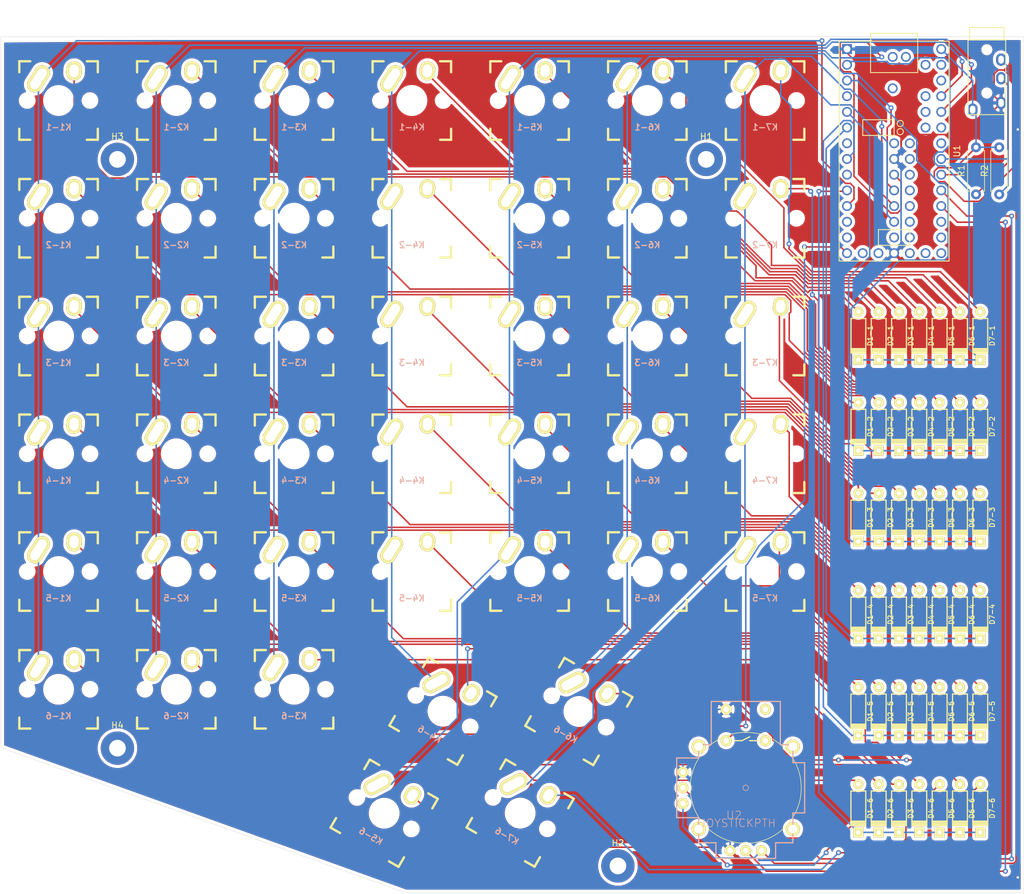
<source format=kicad_pcb>
(kicad_pcb (version 20171130) (host pcbnew "(5.1.9)-1")
  (layers (0 F.Cu signal) (31 B.Cu signal) (34 B.Paste user) (35 F.Paste user) (36 B.SilkS user) (37 F.SilkS user) (38 B.Mask user) (39 F.Mask user) (44 Edge.Cuts user))
  (net 0 "")
  (net 1 row1)
  (net 2 "Net-(D1-1-Pad2)")
  (net 3 "Net-(D1-2-Pad2)")
  (net 4 row2)
  (net 5 row3)
  (net 6 "Net-(D1-3-Pad2)")
  (net 7 "Net-(D1-4-Pad2)")
  (net 8 row4)
  (net 9 row5)
  (net 10 "Net-(D1-5-Pad2)")
  (net 11 "Net-(D1-6-Pad2)")
  (net 12 row6)
  (net 13 "Net-(D2-1-Pad2)")
  (net 14 "Net-(D2-2-Pad2)")
  (net 15 "Net-(D2-3-Pad2)")
  (net 16 "Net-(D2-4-Pad2)")
  (net 17 "Net-(D2-5-Pad2)")
  (net 18 "Net-(D2-6-Pad2)")
  (net 19 "Net-(D3-1-Pad2)")
  (net 20 "Net-(D3-2-Pad2)")
  (net 21 "Net-(D3-3-Pad2)")
  (net 22 "Net-(D3-4-Pad2)")
  (net 23 "Net-(D3-5-Pad2)")
  (net 24 "Net-(D3-6-Pad2)")
  (net 25 "Net-(D4-1-Pad2)")
  (net 26 "Net-(D4-2-Pad2)")
  (net 27 "Net-(D4-3-Pad2)")
  (net 28 "Net-(D4-4-Pad2)")
  (net 29 "Net-(D4-5-Pad2)")
  (net 30 "Net-(D4-6-Pad2)")
  (net 31 "Net-(D5-1-Pad2)")
  (net 32 "Net-(D5-2-Pad2)")
  (net 33 "Net-(D5-3-Pad2)")
  (net 34 "Net-(D5-4-Pad2)")
  (net 35 "Net-(D5-5-Pad2)")
  (net 36 "Net-(D5-6-Pad2)")
  (net 37 "Net-(D6-1-Pad2)")
  (net 38 "Net-(D6-2-Pad2)")
  (net 39 "Net-(D6-3-Pad2)")
  (net 40 "Net-(D6-4-Pad2)")
  (net 41 "Net-(D6-5-Pad2)")
  (net 42 "Net-(D6-6-Pad2)")
  (net 43 "Net-(D7-1-Pad2)")
  (net 44 "Net-(D7-2-Pad2)")
  (net 45 "Net-(D7-3-Pad2)")
  (net 46 "Net-(D7-4-Pad2)")
  (net 47 "Net-(D7-5-Pad2)")
  (net 48 "Net-(D7-6-Pad2)")
  (net 49 col1)
  (net 50 col2)
  (net 51 col3)
  (net 52 col4)
  (net 53 col5)
  (net 54 col6)
  (net 55 col7)
  (net 56 SDA)
  (net 57 VCC)
  (net 58 GND)
  (net 59 SCL)
  (net 60 "Net-(U1-Pad18)")
  (net 61 "Net-(U1-Pad19)")
  (net 62 "Net-(U1-Pad20)")
  (net 63 "Net-(U1-Pad16)")
  (net 64 "Net-(U1-Pad15)")
  (net 65 "Net-(U1-Pad14)")
  (net 66 "Net-(U1-Pad21)")
  (net 67 "Net-(U1-Pad22)")
  (net 68 "Net-(U1-Pad23)")
  (net 69 "Net-(U1-Pad24)")
  (net 70 "Net-(U1-Pad27)")
  (net 71 "Net-(U1-Pad28)")
  (net 72 "Net-(U1-Pad31)")
  (net 73 "Net-(U1-Pad32)")
  (net 74 "Net-(U1-Pad34)")
  (net 75 "Net-(U1-Pad35)")
  (net 76 "Net-(U1-Pad36)")
  (net 77 "Net-(U1-Pad37)")
  (net 78 "Net-(U1-Pad13)")
  (net 79 "Net-(U1-Pad12)")
  (net 80 "Net-(U1-Pad9)")
  (net 81 "Net-(U1-Pad7)")
  (net 82 "Net-(U1-Pad4)")
  (net 83 "Net-(U1-Pad39)")
  (net 84 "Net-(U1-Pad40)")
  (net 85 "Net-(U1-Pad46)")
  (net 86 "Net-(U1-Pad47)")
  (net 87 "Net-(U1-Pad48)")
  (net 88 "Net-(U1-Pad45)")
  (net 89 "Net-(U1-Pad44)")
  (net 90 "Net-(U1-Pad43)")
  (net 91 "Net-(U1-Pad42)")
  (net 92 "Net-(U1-Pad41)")
  (net 93 "Net-(U1-Pad38)")
  (net 94 "Net-(U1-Pad54)")
  (module keebs:Mx_Alps_100 (layer F.Cu) (at 171.075 49.3625)
    (fp_text reference K6-2 (at 0 4.318) (layer B.SilkS) (effects (font (thickness 0.2)) (justify mirror)))
    (fp_text value KEYSW hide)
    (pad 2 thru_hole oval (at 2.52 -4.79 356.1) (size 2.5 3.08) (drill oval 1.5 2.08) (layers *.Cu *.Mask F.SilkS) (net 38 "Net-(D6-2-Pad2)"))
    (pad 1 thru_hole oval (at -3.255 -3.52 327.5) (size 2.5 4.75) (drill oval 1.5 3.75) (layers *.Cu *.Mask F.SilkS) (net 54 col6))
    (pad "" np_thru_hole circle (at 5.08 0) (size 1.7018 1.7018) (drill 1.7018) (layers *.Cu *.Mask))
    (pad "" np_thru_hole circle (at -5.08 0) (size 1.7018 1.7018) (drill 1.7018) (layers *.Cu *.Mask))
    (pad "" np_thru_hole circle (at 0 0) (size 3.9878 3.9878) (drill 3.9878) (layers *.Cu *.Mask))
  )
  (module keyboard_parts:D_axial (layer F.Cu) (at 205.2125 68.375 90)
    (fp_text reference D1-1 (at 0 1.925 90) (layer F.SilkS) (effects (font (size 0.8 0.8))))
    (fp_text value D hide)
    (pad 1 thru_hole rect (at -3.9 0 90) (size 1.6 1.6) (drill 0.7) (layers *.Cu *.Mask F.SilkS) (net 1 row1))
    (pad 2 thru_hole circle (at 3.9 0 90) (size 1.6 1.6) (drill 0.7) (layers *.Cu *.Mask F.SilkS) (net 2 "Net-(D1-1-Pad2)"))
  )
  (module keyboard_parts:D_axial (layer F.Cu) (at 205.2125 83.0625 90)
    (fp_text reference D1-2 (at 0 1.925 90) (layer F.SilkS) (effects (font (size 0.8 0.8))))
    (fp_text value D hide)
    (pad 2 thru_hole circle (at 3.9 0 90) (size 1.6 1.6) (drill 0.7) (layers *.Cu *.Mask F.SilkS) (net 3 "Net-(D1-2-Pad2)"))
    (pad 1 thru_hole rect (at -3.9 0 90) (size 1.6 1.6) (drill 0.7) (layers *.Cu *.Mask F.SilkS) (net 4 row2))
  )
  (module keyboard_parts:D_axial (layer F.Cu) (at 205.2125 97.75 90)
    (fp_text reference D1-3 (at 0 1.925 90) (layer F.SilkS) (effects (font (size 0.8 0.8))))
    (fp_text value D hide)
    (pad 1 thru_hole rect (at -3.9 0 90) (size 1.6 1.6) (drill 0.7) (layers *.Cu *.Mask F.SilkS) (net 5 row3))
    (pad 2 thru_hole circle (at 3.9 0 90) (size 1.6 1.6) (drill 0.7) (layers *.Cu *.Mask F.SilkS) (net 6 "Net-(D1-3-Pad2)"))
  )
  (module keyboard_parts:D_axial (layer F.Cu) (at 205.2125 113.4375 90)
    (fp_text reference D1-4 (at 0 1.925 90) (layer F.SilkS) (effects (font (size 0.8 0.8))))
    (fp_text value D hide)
    (pad 2 thru_hole circle (at 3.9 0 90) (size 1.6 1.6) (drill 0.7) (layers *.Cu *.Mask F.SilkS) (net 7 "Net-(D1-4-Pad2)"))
    (pad 1 thru_hole rect (at -3.9 0 90) (size 1.6 1.6) (drill 0.7) (layers *.Cu *.Mask F.SilkS) (net 8 row4))
  )
  (module keyboard_parts:D_axial (layer F.Cu) (at 205.2125 129.125 90)
    (fp_text reference D1-5 (at 0 1.925 90) (layer F.SilkS) (effects (font (size 0.8 0.8))))
    (fp_text value D hide)
    (pad 1 thru_hole rect (at -3.9 0 90) (size 1.6 1.6) (drill 0.7) (layers *.Cu *.Mask F.SilkS) (net 9 row5))
    (pad 2 thru_hole circle (at 3.9 0 90) (size 1.6 1.6) (drill 0.7) (layers *.Cu *.Mask F.SilkS) (net 10 "Net-(D1-5-Pad2)"))
  )
  (module keyboard_parts:D_axial (layer F.Cu) (at 205.2125 144.8125 90)
    (fp_text reference D1-6 (at 0 1.925 90) (layer F.SilkS) (effects (font (size 0.8 0.8))))
    (fp_text value D hide)
    (pad 2 thru_hole circle (at 3.9 0 90) (size 1.6 1.6) (drill 0.7) (layers *.Cu *.Mask F.SilkS) (net 11 "Net-(D1-6-Pad2)"))
    (pad 1 thru_hole rect (at -3.9 0 90) (size 1.6 1.6) (drill 0.7) (layers *.Cu *.Mask F.SilkS) (net 12 row6))
  )
  (module keyboard_parts:D_axial (layer F.Cu) (at 208.5 68.375 90)
    (fp_text reference D2-1 (at 0 1.925 90) (layer F.SilkS) (effects (font (size 0.8 0.8))))
    (fp_text value D hide)
    (pad 1 thru_hole rect (at -3.9 0 90) (size 1.6 1.6) (drill 0.7) (layers *.Cu *.Mask F.SilkS) (net 1 row1))
    (pad 2 thru_hole circle (at 3.9 0 90) (size 1.6 1.6) (drill 0.7) (layers *.Cu *.Mask F.SilkS) (net 13 "Net-(D2-1-Pad2)"))
  )
  (module keyboard_parts:D_axial (layer F.Cu) (at 208.5 83.0625 90)
    (fp_text reference D2-2 (at 0 1.925 90) (layer F.SilkS) (effects (font (size 0.8 0.8))))
    (fp_text value D hide)
    (pad 2 thru_hole circle (at 3.9 0 90) (size 1.6 1.6) (drill 0.7) (layers *.Cu *.Mask F.SilkS) (net 14 "Net-(D2-2-Pad2)"))
    (pad 1 thru_hole rect (at -3.9 0 90) (size 1.6 1.6) (drill 0.7) (layers *.Cu *.Mask F.SilkS) (net 4 row2))
  )
  (module keyboard_parts:D_axial (layer F.Cu) (at 208.5 97.75 90)
    (fp_text reference D2-3 (at 0 1.925 90) (layer F.SilkS) (effects (font (size 0.8 0.8))))
    (fp_text value D hide)
    (pad 1 thru_hole rect (at -3.9 0 90) (size 1.6 1.6) (drill 0.7) (layers *.Cu *.Mask F.SilkS) (net 5 row3))
    (pad 2 thru_hole circle (at 3.9 0 90) (size 1.6 1.6) (drill 0.7) (layers *.Cu *.Mask F.SilkS) (net 15 "Net-(D2-3-Pad2)"))
  )
  (module keyboard_parts:D_axial (layer F.Cu) (at 208.5 113.4375 90)
    (fp_text reference D2-4 (at 0 1.925 90) (layer F.SilkS) (effects (font (size 0.8 0.8))))
    (fp_text value D hide)
    (pad 2 thru_hole circle (at 3.9 0 90) (size 1.6 1.6) (drill 0.7) (layers *.Cu *.Mask F.SilkS) (net 16 "Net-(D2-4-Pad2)"))
    (pad 1 thru_hole rect (at -3.9 0 90) (size 1.6 1.6) (drill 0.7) (layers *.Cu *.Mask F.SilkS) (net 8 row4))
  )
  (module keyboard_parts:D_axial (layer F.Cu) (at 208.5 129.125 90)
    (fp_text reference D2-5 (at 0 1.925 90) (layer F.SilkS) (effects (font (size 0.8 0.8))))
    (fp_text value D hide)
    (pad 1 thru_hole rect (at -3.9 0 90) (size 1.6 1.6) (drill 0.7) (layers *.Cu *.Mask F.SilkS) (net 9 row5))
    (pad 2 thru_hole circle (at 3.9 0 90) (size 1.6 1.6) (drill 0.7) (layers *.Cu *.Mask F.SilkS) (net 17 "Net-(D2-5-Pad2)"))
  )
  (module keyboard_parts:D_axial (layer F.Cu) (at 208.5 144.8125 90)
    (fp_text reference D2-6 (at 0 1.925 90) (layer F.SilkS) (effects (font (size 0.8 0.8))))
    (fp_text value D hide)
    (pad 2 thru_hole circle (at 3.9 0 90) (size 1.6 1.6) (drill 0.7) (layers *.Cu *.Mask F.SilkS) (net 18 "Net-(D2-6-Pad2)"))
    (pad 1 thru_hole rect (at -3.9 0 90) (size 1.6 1.6) (drill 0.7) (layers *.Cu *.Mask F.SilkS) (net 12 row6))
  )
  (module keyboard_parts:D_axial (layer F.Cu) (at 211.7875 68.375 90)
    (fp_text reference D3-1 (at 0 1.925 90) (layer F.SilkS) (effects (font (size 0.8 0.8))))
    (fp_text value D hide)
    (pad 1 thru_hole rect (at -3.9 0 90) (size 1.6 1.6) (drill 0.7) (layers *.Cu *.Mask F.SilkS) (net 1 row1))
    (pad 2 thru_hole circle (at 3.9 0 90) (size 1.6 1.6) (drill 0.7) (layers *.Cu *.Mask F.SilkS) (net 19 "Net-(D3-1-Pad2)"))
  )
  (module keyboard_parts:D_axial (layer F.Cu) (at 211.7875 83.0625 90)
    (fp_text reference D3-2 (at 0 1.925 90) (layer F.SilkS) (effects (font (size 0.8 0.8))))
    (fp_text value D hide)
    (pad 2 thru_hole circle (at 3.9 0 90) (size 1.6 1.6) (drill 0.7) (layers *.Cu *.Mask F.SilkS) (net 20 "Net-(D3-2-Pad2)"))
    (pad 1 thru_hole rect (at -3.9 0 90) (size 1.6 1.6) (drill 0.7) (layers *.Cu *.Mask F.SilkS) (net 4 row2))
  )
  (module keyboard_parts:D_axial (layer F.Cu) (at 211.7875 97.75 90)
    (fp_text reference D3-3 (at 0 1.925 90) (layer F.SilkS) (effects (font (size 0.8 0.8))))
    (fp_text value D hide)
    (pad 1 thru_hole rect (at -3.9 0 90) (size 1.6 1.6) (drill 0.7) (layers *.Cu *.Mask F.SilkS) (net 5 row3))
    (pad 2 thru_hole circle (at 3.9 0 90) (size 1.6 1.6) (drill 0.7) (layers *.Cu *.Mask F.SilkS) (net 21 "Net-(D3-3-Pad2)"))
  )
  (module keyboard_parts:D_axial (layer F.Cu) (at 211.7875 113.4375 90)
    (fp_text reference D3-4 (at 0 1.925 90) (layer F.SilkS) (effects (font (size 0.8 0.8))))
    (fp_text value D hide)
    (pad 2 thru_hole circle (at 3.9 0 90) (size 1.6 1.6) (drill 0.7) (layers *.Cu *.Mask F.SilkS) (net 22 "Net-(D3-4-Pad2)"))
    (pad 1 thru_hole rect (at -3.9 0 90) (size 1.6 1.6) (drill 0.7) (layers *.Cu *.Mask F.SilkS) (net 8 row4))
  )
  (module keyboard_parts:D_axial (layer F.Cu) (at 211.7875 129.125 90)
    (fp_text reference D3-5 (at 0 1.925 90) (layer F.SilkS) (effects (font (size 0.8 0.8))))
    (fp_text value D hide)
    (pad 1 thru_hole rect (at -3.9 0 90) (size 1.6 1.6) (drill 0.7) (layers *.Cu *.Mask F.SilkS) (net 9 row5))
    (pad 2 thru_hole circle (at 3.9 0 90) (size 1.6 1.6) (drill 0.7) (layers *.Cu *.Mask F.SilkS) (net 23 "Net-(D3-5-Pad2)"))
  )
  (module keyboard_parts:D_axial (layer F.Cu) (at 211.7875 144.8125 90)
    (fp_text reference D3-6 (at 0 1.925 90) (layer F.SilkS) (effects (font (size 0.8 0.8))))
    (fp_text value D hide)
    (pad 2 thru_hole circle (at 3.9 0 90) (size 1.6 1.6) (drill 0.7) (layers *.Cu *.Mask F.SilkS) (net 24 "Net-(D3-6-Pad2)"))
    (pad 1 thru_hole rect (at -3.9 0 90) (size 1.6 1.6) (drill 0.7) (layers *.Cu *.Mask F.SilkS) (net 12 row6))
  )
  (module keyboard_parts:D_axial (layer F.Cu) (at 215.075 68.375 90)
    (fp_text reference D4-1 (at 0 1.925 90) (layer F.SilkS) (effects (font (size 0.8 0.8))))
    (fp_text value D hide)
    (pad 2 thru_hole circle (at 3.9 0 90) (size 1.6 1.6) (drill 0.7) (layers *.Cu *.Mask F.SilkS) (net 25 "Net-(D4-1-Pad2)"))
    (pad 1 thru_hole rect (at -3.9 0 90) (size 1.6 1.6) (drill 0.7) (layers *.Cu *.Mask F.SilkS) (net 1 row1))
  )
  (module keyboard_parts:D_axial (layer F.Cu) (at 215.075 83.0625 90)
    (fp_text reference D4-2 (at 0 1.925 90) (layer F.SilkS) (effects (font (size 0.8 0.8))))
    (fp_text value D hide)
    (pad 1 thru_hole rect (at -3.9 0 90) (size 1.6 1.6) (drill 0.7) (layers *.Cu *.Mask F.SilkS) (net 4 row2))
    (pad 2 thru_hole circle (at 3.9 0 90) (size 1.6 1.6) (drill 0.7) (layers *.Cu *.Mask F.SilkS) (net 26 "Net-(D4-2-Pad2)"))
  )
  (module keyboard_parts:D_axial (layer F.Cu) (at 215.075 97.75 90)
    (fp_text reference D4-3 (at 0 1.925 90) (layer F.SilkS) (effects (font (size 0.8 0.8))))
    (fp_text value D hide)
    (pad 1 thru_hole rect (at -3.9 0 90) (size 1.6 1.6) (drill 0.7) (layers *.Cu *.Mask F.SilkS) (net 5 row3))
    (pad 2 thru_hole circle (at 3.9 0 90) (size 1.6 1.6) (drill 0.7) (layers *.Cu *.Mask F.SilkS) (net 27 "Net-(D4-3-Pad2)"))
  )
  (module keyboard_parts:D_axial (layer F.Cu) (at 215.075 113.4375 90)
    (fp_text reference D4-4 (at 0 1.925 90) (layer F.SilkS) (effects (font (size 0.8 0.8))))
    (fp_text value D hide)
    (pad 2 thru_hole circle (at 3.9 0 90) (size 1.6 1.6) (drill 0.7) (layers *.Cu *.Mask F.SilkS) (net 28 "Net-(D4-4-Pad2)"))
    (pad 1 thru_hole rect (at -3.9 0 90) (size 1.6 1.6) (drill 0.7) (layers *.Cu *.Mask F.SilkS) (net 8 row4))
  )
  (module keyboard_parts:D_axial (layer F.Cu) (at 215.075 129.125 90)
    (fp_text reference D4-5 (at 0 1.925 90) (layer F.SilkS) (effects (font (size 0.8 0.8))))
    (fp_text value D hide)
    (pad 1 thru_hole rect (at -3.9 0 90) (size 1.6 1.6) (drill 0.7) (layers *.Cu *.Mask F.SilkS) (net 9 row5))
    (pad 2 thru_hole circle (at 3.9 0 90) (size 1.6 1.6) (drill 0.7) (layers *.Cu *.Mask F.SilkS) (net 29 "Net-(D4-5-Pad2)"))
  )
  (module keyboard_parts:D_axial (layer F.Cu) (at 215.075 144.8125 90)
    (fp_text reference D4-6 (at 0 1.925 90) (layer F.SilkS) (effects (font (size 0.8 0.8))))
    (fp_text value D hide)
    (pad 2 thru_hole circle (at 3.9 0 90) (size 1.6 1.6) (drill 0.7) (layers *.Cu *.Mask F.SilkS) (net 30 "Net-(D4-6-Pad2)"))
    (pad 1 thru_hole rect (at -3.9 0 90) (size 1.6 1.6) (drill 0.7) (layers *.Cu *.Mask F.SilkS) (net 12 row6))
  )
  (module keyboard_parts:D_axial (layer F.Cu) (at 218.3625 68.375 90)
    (fp_text reference D5-1 (at 0 1.925 90) (layer F.SilkS) (effects (font (size 0.8 0.8))))
    (fp_text value D hide)
    (pad 2 thru_hole circle (at 3.9 0 90) (size 1.6 1.6) (drill 0.7) (layers *.Cu *.Mask F.SilkS) (net 31 "Net-(D5-1-Pad2)"))
    (pad 1 thru_hole rect (at -3.9 0 90) (size 1.6 1.6) (drill 0.7) (layers *.Cu *.Mask F.SilkS) (net 1 row1))
  )
  (module keyboard_parts:D_axial (layer F.Cu) (at 218.3625 83.0625 90)
    (fp_text reference D5-2 (at 0 1.925 90) (layer F.SilkS) (effects (font (size 0.8 0.8))))
    (fp_text value D hide)
    (pad 1 thru_hole rect (at -3.9 0 90) (size 1.6 1.6) (drill 0.7) (layers *.Cu *.Mask F.SilkS) (net 4 row2))
    (pad 2 thru_hole circle (at 3.9 0 90) (size 1.6 1.6) (drill 0.7) (layers *.Cu *.Mask F.SilkS) (net 32 "Net-(D5-2-Pad2)"))
  )
  (module keyboard_parts:D_axial (layer F.Cu) (at 218.3625 97.75 90)
    (fp_text reference D5-3 (at 0 1.925 90) (layer F.SilkS) (effects (font (size 0.8 0.8))))
    (fp_text value D hide)
    (pad 2 thru_hole circle (at 3.9 0 90) (size 1.6 1.6) (drill 0.7) (layers *.Cu *.Mask F.SilkS) (net 33 "Net-(D5-3-Pad2)"))
    (pad 1 thru_hole rect (at -3.9 0 90) (size 1.6 1.6) (drill 0.7) (layers *.Cu *.Mask F.SilkS) (net 5 row3))
  )
  (module keyboard_parts:D_axial (layer F.Cu) (at 218.3625 113.4375 90)
    (fp_text reference D5-4 (at 0 1.925 90) (layer F.SilkS) (effects (font (size 0.8 0.8))))
    (fp_text value D hide)
    (pad 1 thru_hole rect (at -3.9 0 90) (size 1.6 1.6) (drill 0.7) (layers *.Cu *.Mask F.SilkS) (net 8 row4))
    (pad 2 thru_hole circle (at 3.9 0 90) (size 1.6 1.6) (drill 0.7) (layers *.Cu *.Mask F.SilkS) (net 34 "Net-(D5-4-Pad2)"))
  )
  (module keyboard_parts:D_axial (layer F.Cu) (at 218.3625 129.125 90)
    (fp_text reference D5-5 (at 0 1.925 90) (layer F.SilkS) (effects (font (size 0.8 0.8))))
    (fp_text value D hide)
    (pad 2 thru_hole circle (at 3.9 0 90) (size 1.6 1.6) (drill 0.7) (layers *.Cu *.Mask F.SilkS) (net 35 "Net-(D5-5-Pad2)"))
    (pad 1 thru_hole rect (at -3.9 0 90) (size 1.6 1.6) (drill 0.7) (layers *.Cu *.Mask F.SilkS) (net 9 row5))
  )
  (module keyboard_parts:D_axial (layer F.Cu) (at 218.3625 144.8125 90)
    (fp_text reference D5-6 (at 0 1.925 90) (layer F.SilkS) (effects (font (size 0.8 0.8))))
    (fp_text value D hide)
    (pad 1 thru_hole rect (at -3.9 0 90) (size 1.6 1.6) (drill 0.7) (layers *.Cu *.Mask F.SilkS) (net 12 row6))
    (pad 2 thru_hole circle (at 3.9 0 90) (size 1.6 1.6) (drill 0.7) (layers *.Cu *.Mask F.SilkS) (net 36 "Net-(D5-6-Pad2)"))
  )
  (module keyboard_parts:D_axial (layer F.Cu) (at 221.65 68.375 90)
    (fp_text reference D6-1 (at 0 1.925 90) (layer F.SilkS) (effects (font (size 0.8 0.8))))
    (fp_text value D hide)
    (pad 2 thru_hole circle (at 3.9 0 90) (size 1.6 1.6) (drill 0.7) (layers *.Cu *.Mask F.SilkS) (net 37 "Net-(D6-1-Pad2)"))
    (pad 1 thru_hole rect (at -3.9 0 90) (size 1.6 1.6) (drill 0.7) (layers *.Cu *.Mask F.SilkS) (net 1 row1))
  )
  (module keyboard_parts:D_axial (layer F.Cu) (at 221.65 83.0625 90)
    (fp_text reference D6-2 (at 0 1.925 90) (layer F.SilkS) (effects (font (size 0.8 0.8))))
    (fp_text value D hide)
    (pad 1 thru_hole rect (at -3.9 0 90) (size 1.6 1.6) (drill 0.7) (layers *.Cu *.Mask F.SilkS) (net 4 row2))
    (pad 2 thru_hole circle (at 3.9 0 90) (size 1.6 1.6) (drill 0.7) (layers *.Cu *.Mask F.SilkS) (net 38 "Net-(D6-2-Pad2)"))
  )
  (module keyboard_parts:D_axial (layer F.Cu) (at 221.65 97.75 90)
    (fp_text reference D6-3 (at 0 1.925 90) (layer F.SilkS) (effects (font (size 0.8 0.8))))
    (fp_text value D hide)
    (pad 2 thru_hole circle (at 3.9 0 90) (size 1.6 1.6) (drill 0.7) (layers *.Cu *.Mask F.SilkS) (net 39 "Net-(D6-3-Pad2)"))
    (pad 1 thru_hole rect (at -3.9 0 90) (size 1.6 1.6) (drill 0.7) (layers *.Cu *.Mask F.SilkS) (net 5 row3))
  )
  (module keyboard_parts:D_axial (layer F.Cu) (at 221.65 113.4375 90)
    (fp_text reference D6-4 (at 0 1.925 90) (layer F.SilkS) (effects (font (size 0.8 0.8))))
    (fp_text value D hide)
    (pad 1 thru_hole rect (at -3.9 0 90) (size 1.6 1.6) (drill 0.7) (layers *.Cu *.Mask F.SilkS) (net 8 row4))
    (pad 2 thru_hole circle (at 3.9 0 90) (size 1.6 1.6) (drill 0.7) (layers *.Cu *.Mask F.SilkS) (net 40 "Net-(D6-4-Pad2)"))
  )
  (module keyboard_parts:D_axial (layer F.Cu) (at 221.65 129.125 90)
    (fp_text reference D6-5 (at 0 1.925 90) (layer F.SilkS) (effects (font (size 0.8 0.8))))
    (fp_text value D hide)
    (pad 2 thru_hole circle (at 3.9 0 90) (size 1.6 1.6) (drill 0.7) (layers *.Cu *.Mask F.SilkS) (net 41 "Net-(D6-5-Pad2)"))
    (pad 1 thru_hole rect (at -3.9 0 90) (size 1.6 1.6) (drill 0.7) (layers *.Cu *.Mask F.SilkS) (net 9 row5))
  )
  (module keyboard_parts:D_axial (layer F.Cu) (at 221.65 144.8125 90)
    (fp_text reference D6-6 (at 0 1.925 90) (layer F.SilkS) (effects (font (size 0.8 0.8))))
    (fp_text value D hide)
    (pad 1 thru_hole rect (at -3.9 0 90) (size 1.6 1.6) (drill 0.7) (layers *.Cu *.Mask F.SilkS) (net 12 row6))
    (pad 2 thru_hole circle (at 3.9 0 90) (size 1.6 1.6) (drill 0.7) (layers *.Cu *.Mask F.SilkS) (net 42 "Net-(D6-6-Pad2)"))
  )
  (module keyboard_parts:D_axial (layer F.Cu) (at 224.9375 68.375 90)
    (fp_text reference D7-1 (at 0 1.925 90) (layer F.SilkS) (effects (font (size 0.8 0.8))))
    (fp_text value D hide)
    (pad 2 thru_hole circle (at 3.9 0 90) (size 1.6 1.6) (drill 0.7) (layers *.Cu *.Mask F.SilkS) (net 43 "Net-(D7-1-Pad2)"))
    (pad 1 thru_hole rect (at -3.9 0 90) (size 1.6 1.6) (drill 0.7) (layers *.Cu *.Mask F.SilkS) (net 1 row1))
  )
  (module keyboard_parts:D_axial (layer F.Cu) (at 224.9375 83.0625 90)
    (fp_text reference D7-2 (at 0 1.925 90) (layer F.SilkS) (effects (font (size 0.8 0.8))))
    (fp_text value D hide)
    (pad 1 thru_hole rect (at -3.9 0 90) (size 1.6 1.6) (drill 0.7) (layers *.Cu *.Mask F.SilkS) (net 4 row2))
    (pad 2 thru_hole circle (at 3.9 0 90) (size 1.6 1.6) (drill 0.7) (layers *.Cu *.Mask F.SilkS) (net 44 "Net-(D7-2-Pad2)"))
  )
  (module keyboard_parts:D_axial (layer F.Cu) (at 224.9375 97.75 90)
    (fp_text reference D7-3 (at 0 1.925 90) (layer F.SilkS) (effects (font (size 0.8 0.8))))
    (fp_text value D hide)
    (pad 2 thru_hole circle (at 3.9 0 90) (size 1.6 1.6) (drill 0.7) (layers *.Cu *.Mask F.SilkS) (net 45 "Net-(D7-3-Pad2)"))
    (pad 1 thru_hole rect (at -3.9 0 90) (size 1.6 1.6) (drill 0.7) (layers *.Cu *.Mask F.SilkS) (net 5 row3))
  )
  (module keyboard_parts:D_axial (layer F.Cu) (at 224.9375 113.4375 90)
    (fp_text reference D7-4 (at 0 1.925 90) (layer F.SilkS) (effects (font (size 0.8 0.8))))
    (fp_text value D hide)
    (pad 1 thru_hole rect (at -3.9 0 90) (size 1.6 1.6) (drill 0.7) (layers *.Cu *.Mask F.SilkS) (net 8 row4))
    (pad 2 thru_hole circle (at 3.9 0 90) (size 1.6 1.6) (drill 0.7) (layers *.Cu *.Mask F.SilkS) (net 46 "Net-(D7-4-Pad2)"))
  )
  (module keyboard_parts:D_axial (layer F.Cu) (at 224.9375 129.125 90)
    (fp_text reference D7-5 (at 0 1.925 90) (layer F.SilkS) (effects (font (size 0.8 0.8))))
    (fp_text value D hide)
    (pad 2 thru_hole circle (at 3.9 0 90) (size 1.6 1.6) (drill 0.7) (layers *.Cu *.Mask F.SilkS) (net 47 "Net-(D7-5-Pad2)"))
    (pad 1 thru_hole rect (at -3.9 0 90) (size 1.6 1.6) (drill 0.7) (layers *.Cu *.Mask F.SilkS) (net 9 row5))
  )
  (module keyboard_parts:D_axial (layer F.Cu) (at 224.9375 144.8125 90)
    (fp_text reference D7-6 (at 0 1.925 90) (layer F.SilkS) (effects (font (size 0.8 0.8))))
    (fp_text value D hide)
    (pad 1 thru_hole rect (at -3.9 0 90) (size 1.6 1.6) (drill 0.7) (layers *.Cu *.Mask F.SilkS) (net 12 row6))
    (pad 2 thru_hole circle (at 3.9 0 90) (size 1.6 1.6) (drill 0.7) (layers *.Cu *.Mask F.SilkS) (net 48 "Net-(D7-6-Pad2)"))
  )
  (module keebs:Mx_Alps_100 (layer F.Cu) (at 75.825 30.3125)
    (fp_text reference K1-1 (at 0 4.318) (layer B.SilkS) (effects (font (thickness 0.2)) (justify mirror)))
    (fp_text value KEYSW hide)
    (pad 2 thru_hole oval (at 2.52 -4.79 356.1) (size 2.5 3.08) (drill oval 1.5 2.08) (layers *.Cu *.Mask F.SilkS) (net 2 "Net-(D1-1-Pad2)"))
    (pad 1 thru_hole oval (at -3.255 -3.52 327.5) (size 2.5 4.75) (drill oval 1.5 3.75) (layers *.Cu *.Mask F.SilkS) (net 49 col1))
    (pad "" np_thru_hole circle (at 5.08 0) (size 1.7018 1.7018) (drill 1.7018) (layers *.Cu *.Mask))
    (pad "" np_thru_hole circle (at -5.08 0) (size 1.7018 1.7018) (drill 1.7018) (layers *.Cu *.Mask))
    (pad "" np_thru_hole circle (at 0 0) (size 3.9878 3.9878) (drill 3.9878) (layers *.Cu *.Mask))
  )
  (module keebs:Mx_Alps_100 (layer F.Cu) (at 75.825 49.3625)
    (fp_text reference K1-2 (at 0 4.318) (layer B.SilkS) (effects (font (thickness 0.2)) (justify mirror)))
    (fp_text value KEYSW hide)
    (pad "" np_thru_hole circle (at 0 0) (size 3.9878 3.9878) (drill 3.9878) (layers *.Cu *.Mask))
    (pad "" np_thru_hole circle (at -5.08 0) (size 1.7018 1.7018) (drill 1.7018) (layers *.Cu *.Mask))
    (pad "" np_thru_hole circle (at 5.08 0) (size 1.7018 1.7018) (drill 1.7018) (layers *.Cu *.Mask))
    (pad 1 thru_hole oval (at -3.255 -3.52 327.5) (size 2.5 4.75) (drill oval 1.5 3.75) (layers *.Cu *.Mask F.SilkS) (net 49 col1))
    (pad 2 thru_hole oval (at 2.52 -4.79 356.1) (size 2.5 3.08) (drill oval 1.5 2.08) (layers *.Cu *.Mask F.SilkS) (net 3 "Net-(D1-2-Pad2)"))
  )
  (module keebs:Mx_Alps_100 (layer F.Cu) (at 75.825 68.4125)
    (fp_text reference K1-3 (at 0 4.318) (layer B.SilkS) (effects (font (thickness 0.2)) (justify mirror)))
    (fp_text value KEYSW hide)
    (pad "" np_thru_hole circle (at 0 0) (size 3.9878 3.9878) (drill 3.9878) (layers *.Cu *.Mask))
    (pad "" np_thru_hole circle (at -5.08 0) (size 1.7018 1.7018) (drill 1.7018) (layers *.Cu *.Mask))
    (pad "" np_thru_hole circle (at 5.08 0) (size 1.7018 1.7018) (drill 1.7018) (layers *.Cu *.Mask))
    (pad 1 thru_hole oval (at -3.255 -3.52 327.5) (size 2.5 4.75) (drill oval 1.5 3.75) (layers *.Cu *.Mask F.SilkS) (net 49 col1))
    (pad 2 thru_hole oval (at 2.52 -4.79 356.1) (size 2.5 3.08) (drill oval 1.5 2.08) (layers *.Cu *.Mask F.SilkS) (net 6 "Net-(D1-3-Pad2)"))
  )
  (module keebs:Mx_Alps_100 (layer F.Cu) (at 75.825 87.4625)
    (fp_text reference K1-4 (at 0 4.318) (layer B.SilkS) (effects (font (thickness 0.2)) (justify mirror)))
    (fp_text value KEYSW hide)
    (pad 2 thru_hole oval (at 2.52 -4.79 356.1) (size 2.5 3.08) (drill oval 1.5 2.08) (layers *.Cu *.Mask F.SilkS) (net 7 "Net-(D1-4-Pad2)"))
    (pad 1 thru_hole oval (at -3.255 -3.52 327.5) (size 2.5 4.75) (drill oval 1.5 3.75) (layers *.Cu *.Mask F.SilkS) (net 49 col1))
    (pad "" np_thru_hole circle (at 5.08 0) (size 1.7018 1.7018) (drill 1.7018) (layers *.Cu *.Mask))
    (pad "" np_thru_hole circle (at -5.08 0) (size 1.7018 1.7018) (drill 1.7018) (layers *.Cu *.Mask))
    (pad "" np_thru_hole circle (at 0 0) (size 3.9878 3.9878) (drill 3.9878) (layers *.Cu *.Mask))
  )
  (module keebs:Mx_Alps_100 (layer F.Cu) (at 75.825 106.5125)
    (fp_text reference K1-5 (at 0 4.318) (layer B.SilkS) (effects (font (thickness 0.2)) (justify mirror)))
    (fp_text value KEYSW hide)
    (pad 2 thru_hole oval (at 2.52 -4.79 356.1) (size 2.5 3.08) (drill oval 1.5 2.08) (layers *.Cu *.Mask F.SilkS) (net 10 "Net-(D1-5-Pad2)"))
    (pad 1 thru_hole oval (at -3.255 -3.52 327.5) (size 2.5 4.75) (drill oval 1.5 3.75) (layers *.Cu *.Mask F.SilkS) (net 49 col1))
    (pad "" np_thru_hole circle (at 5.08 0) (size 1.7018 1.7018) (drill 1.7018) (layers *.Cu *.Mask))
    (pad "" np_thru_hole circle (at -5.08 0) (size 1.7018 1.7018) (drill 1.7018) (layers *.Cu *.Mask))
    (pad "" np_thru_hole circle (at 0 0) (size 3.9878 3.9878) (drill 3.9878) (layers *.Cu *.Mask))
  )
  (module keebs:Mx_Alps_100 (layer F.Cu) (at 75.825 125.5625)
    (fp_text reference K1-6 (at 0 4.318) (layer B.SilkS) (effects (font (thickness 0.2)) (justify mirror)))
    (fp_text value KEYSW hide)
    (pad "" np_thru_hole circle (at 0 0) (size 3.9878 3.9878) (drill 3.9878) (layers *.Cu *.Mask))
    (pad "" np_thru_hole circle (at -5.08 0) (size 1.7018 1.7018) (drill 1.7018) (layers *.Cu *.Mask))
    (pad "" np_thru_hole circle (at 5.08 0) (size 1.7018 1.7018) (drill 1.7018) (layers *.Cu *.Mask))
    (pad 1 thru_hole oval (at -3.255 -3.52 327.5) (size 2.5 4.75) (drill oval 1.5 3.75) (layers *.Cu *.Mask F.SilkS) (net 49 col1))
    (pad 2 thru_hole oval (at 2.52 -4.79 356.1) (size 2.5 3.08) (drill oval 1.5 2.08) (layers *.Cu *.Mask F.SilkS) (net 11 "Net-(D1-6-Pad2)"))
  )
  (module keebs:Mx_Alps_100 (layer F.Cu) (at 94.875 30.3125)
    (fp_text reference K2-1 (at 0 4.318) (layer B.SilkS) (effects (font (thickness 0.2)) (justify mirror)))
    (fp_text value KEYSW hide)
    (pad 2 thru_hole oval (at 2.52 -4.79 356.1) (size 2.5 3.08) (drill oval 1.5 2.08) (layers *.Cu *.Mask F.SilkS) (net 13 "Net-(D2-1-Pad2)"))
    (pad 1 thru_hole oval (at -3.255 -3.52 327.5) (size 2.5 4.75) (drill oval 1.5 3.75) (layers *.Cu *.Mask F.SilkS) (net 50 col2))
    (pad "" np_thru_hole circle (at 5.08 0) (size 1.7018 1.7018) (drill 1.7018) (layers *.Cu *.Mask))
    (pad "" np_thru_hole circle (at -5.08 0) (size 1.7018 1.7018) (drill 1.7018) (layers *.Cu *.Mask))
    (pad "" np_thru_hole circle (at 0 0) (size 3.9878 3.9878) (drill 3.9878) (layers *.Cu *.Mask))
  )
  (module keebs:Mx_Alps_100 (layer F.Cu) (at 94.875 49.3625)
    (fp_text reference K2-2 (at 0 4.318) (layer B.SilkS) (effects (font (thickness 0.2)) (justify mirror)))
    (fp_text value KEYSW hide)
    (pad "" np_thru_hole circle (at 0 0) (size 3.9878 3.9878) (drill 3.9878) (layers *.Cu *.Mask))
    (pad "" np_thru_hole circle (at -5.08 0) (size 1.7018 1.7018) (drill 1.7018) (layers *.Cu *.Mask))
    (pad "" np_thru_hole circle (at 5.08 0) (size 1.7018 1.7018) (drill 1.7018) (layers *.Cu *.Mask))
    (pad 1 thru_hole oval (at -3.255 -3.52 327.5) (size 2.5 4.75) (drill oval 1.5 3.75) (layers *.Cu *.Mask F.SilkS) (net 50 col2))
    (pad 2 thru_hole oval (at 2.52 -4.79 356.1) (size 2.5 3.08) (drill oval 1.5 2.08) (layers *.Cu *.Mask F.SilkS) (net 14 "Net-(D2-2-Pad2)"))
  )
  (module keebs:Mx_Alps_100 (layer F.Cu) (at 94.875 68.4125)
    (fp_text reference K2-3 (at 0 4.318) (layer B.SilkS) (effects (font (thickness 0.2)) (justify mirror)))
    (fp_text value KEYSW hide)
    (pad 2 thru_hole oval (at 2.52 -4.79 356.1) (size 2.5 3.08) (drill oval 1.5 2.08) (layers *.Cu *.Mask F.SilkS) (net 15 "Net-(D2-3-Pad2)"))
    (pad 1 thru_hole oval (at -3.255 -3.52 327.5) (size 2.5 4.75) (drill oval 1.5 3.75) (layers *.Cu *.Mask F.SilkS) (net 50 col2))
    (pad "" np_thru_hole circle (at 5.08 0) (size 1.7018 1.7018) (drill 1.7018) (layers *.Cu *.Mask))
    (pad "" np_thru_hole circle (at -5.08 0) (size 1.7018 1.7018) (drill 1.7018) (layers *.Cu *.Mask))
    (pad "" np_thru_hole circle (at 0 0) (size 3.9878 3.9878) (drill 3.9878) (layers *.Cu *.Mask))
  )
  (module keebs:Mx_Alps_100 (layer F.Cu) (at 94.875 87.4625)
    (fp_text reference K2-4 (at 0 4.318) (layer B.SilkS) (effects (font (thickness 0.2)) (justify mirror)))
    (fp_text value KEYSW hide)
    (pad "" np_thru_hole circle (at 0 0) (size 3.9878 3.9878) (drill 3.9878) (layers *.Cu *.Mask))
    (pad "" np_thru_hole circle (at -5.08 0) (size 1.7018 1.7018) (drill 1.7018) (layers *.Cu *.Mask))
    (pad "" np_thru_hole circle (at 5.08 0) (size 1.7018 1.7018) (drill 1.7018) (layers *.Cu *.Mask))
    (pad 1 thru_hole oval (at -3.255 -3.52 327.5) (size 2.5 4.75) (drill oval 1.5 3.75) (layers *.Cu *.Mask F.SilkS) (net 50 col2))
    (pad 2 thru_hole oval (at 2.52 -4.79 356.1) (size 2.5 3.08) (drill oval 1.5 2.08) (layers *.Cu *.Mask F.SilkS) (net 16 "Net-(D2-4-Pad2)"))
  )
  (module keebs:Mx_Alps_100 (layer F.Cu) (at 94.875 106.5125)
    (fp_text reference K2-5 (at 0 4.318) (layer B.SilkS) (effects (font (thickness 0.2)) (justify mirror)))
    (fp_text value KEYSW hide)
    (pad 2 thru_hole oval (at 2.52 -4.79 356.1) (size 2.5 3.08) (drill oval 1.5 2.08) (layers *.Cu *.Mask F.SilkS) (net 17 "Net-(D2-5-Pad2)"))
    (pad 1 thru_hole oval (at -3.255 -3.52 327.5) (size 2.5 4.75) (drill oval 1.5 3.75) (layers *.Cu *.Mask F.SilkS) (net 50 col2))
    (pad "" np_thru_hole circle (at 5.08 0) (size 1.7018 1.7018) (drill 1.7018) (layers *.Cu *.Mask))
    (pad "" np_thru_hole circle (at -5.08 0) (size 1.7018 1.7018) (drill 1.7018) (layers *.Cu *.Mask))
    (pad "" np_thru_hole circle (at 0 0) (size 3.9878 3.9878) (drill 3.9878) (layers *.Cu *.Mask))
  )
  (module keebs:Mx_Alps_100 (layer F.Cu) (at 94.875 125.5625)
    (fp_text reference K2-6 (at 0 4.318) (layer B.SilkS) (effects (font (thickness 0.2)) (justify mirror)))
    (fp_text value KEYSW hide)
    (pad "" np_thru_hole circle (at 0 0) (size 3.9878 3.9878) (drill 3.9878) (layers *.Cu *.Mask))
    (pad "" np_thru_hole circle (at -5.08 0) (size 1.7018 1.7018) (drill 1.7018) (layers *.Cu *.Mask))
    (pad "" np_thru_hole circle (at 5.08 0) (size 1.7018 1.7018) (drill 1.7018) (layers *.Cu *.Mask))
    (pad 1 thru_hole oval (at -3.255 -3.52 327.5) (size 2.5 4.75) (drill oval 1.5 3.75) (layers *.Cu *.Mask F.SilkS) (net 50 col2))
    (pad 2 thru_hole oval (at 2.52 -4.79 356.1) (size 2.5 3.08) (drill oval 1.5 2.08) (layers *.Cu *.Mask F.SilkS) (net 18 "Net-(D2-6-Pad2)"))
  )
  (module keebs:Mx_Alps_100 (layer F.Cu) (at 113.925 30.3125)
    (fp_text reference K3-1 (at 0 4.318) (layer B.SilkS) (effects (font (thickness 0.2)) (justify mirror)))
    (fp_text value KEYSW hide)
    (pad "" np_thru_hole circle (at 0 0) (size 3.9878 3.9878) (drill 3.9878) (layers *.Cu *.Mask))
    (pad "" np_thru_hole circle (at -5.08 0) (size 1.7018 1.7018) (drill 1.7018) (layers *.Cu *.Mask))
    (pad "" np_thru_hole circle (at 5.08 0) (size 1.7018 1.7018) (drill 1.7018) (layers *.Cu *.Mask))
    (pad 1 thru_hole oval (at -3.255 -3.52 327.5) (size 2.5 4.75) (drill oval 1.5 3.75) (layers *.Cu *.Mask F.SilkS) (net 51 col3))
    (pad 2 thru_hole oval (at 2.52 -4.79 356.1) (size 2.5 3.08) (drill oval 1.5 2.08) (layers *.Cu *.Mask F.SilkS) (net 19 "Net-(D3-1-Pad2)"))
  )
  (module keebs:Mx_Alps_100 (layer F.Cu) (at 113.925 49.3625)
    (fp_text reference K3-2 (at 0 4.318) (layer B.SilkS) (effects (font (thickness 0.2)) (justify mirror)))
    (fp_text value KEYSW hide)
    (pad "" np_thru_hole circle (at 0 0) (size 3.9878 3.9878) (drill 3.9878) (layers *.Cu *.Mask))
    (pad "" np_thru_hole circle (at -5.08 0) (size 1.7018 1.7018) (drill 1.7018) (layers *.Cu *.Mask))
    (pad "" np_thru_hole circle (at 5.08 0) (size 1.7018 1.7018) (drill 1.7018) (layers *.Cu *.Mask))
    (pad 1 thru_hole oval (at -3.255 -3.52 327.5) (size 2.5 4.75) (drill oval 1.5 3.75) (layers *.Cu *.Mask F.SilkS) (net 51 col3))
    (pad 2 thru_hole oval (at 2.52 -4.79 356.1) (size 2.5 3.08) (drill oval 1.5 2.08) (layers *.Cu *.Mask F.SilkS) (net 20 "Net-(D3-2-Pad2)"))
  )
  (module keebs:Mx_Alps_100 (layer F.Cu) (at 113.925 68.4125)
    (fp_text reference K3-3 (at 0 4.318) (layer B.SilkS) (effects (font (thickness 0.2)) (justify mirror)))
    (fp_text value KEYSW hide)
    (pad 2 thru_hole oval (at 2.52 -4.79 356.1) (size 2.5 3.08) (drill oval 1.5 2.08) (layers *.Cu *.Mask F.SilkS) (net 21 "Net-(D3-3-Pad2)"))
    (pad 1 thru_hole oval (at -3.255 -3.52 327.5) (size 2.5 4.75) (drill oval 1.5 3.75) (layers *.Cu *.Mask F.SilkS) (net 51 col3))
    (pad "" np_thru_hole circle (at 5.08 0) (size 1.7018 1.7018) (drill 1.7018) (layers *.Cu *.Mask))
    (pad "" np_thru_hole circle (at -5.08 0) (size 1.7018 1.7018) (drill 1.7018) (layers *.Cu *.Mask))
    (pad "" np_thru_hole circle (at 0 0) (size 3.9878 3.9878) (drill 3.9878) (layers *.Cu *.Mask))
  )
  (module keebs:Mx_Alps_100 (layer F.Cu) (at 113.925 87.4625)
    (fp_text reference K3-4 (at 0 4.318) (layer B.SilkS) (effects (font (thickness 0.2)) (justify mirror)))
    (fp_text value KEYSW hide)
    (pad "" np_thru_hole circle (at 0 0) (size 3.9878 3.9878) (drill 3.9878) (layers *.Cu *.Mask))
    (pad "" np_thru_hole circle (at -5.08 0) (size 1.7018 1.7018) (drill 1.7018) (layers *.Cu *.Mask))
    (pad "" np_thru_hole circle (at 5.08 0) (size 1.7018 1.7018) (drill 1.7018) (layers *.Cu *.Mask))
    (pad 1 thru_hole oval (at -3.255 -3.52 327.5) (size 2.5 4.75) (drill oval 1.5 3.75) (layers *.Cu *.Mask F.SilkS) (net 51 col3))
    (pad 2 thru_hole oval (at 2.52 -4.79 356.1) (size 2.5 3.08) (drill oval 1.5 2.08) (layers *.Cu *.Mask F.SilkS) (net 22 "Net-(D3-4-Pad2)"))
  )
  (module keebs:Mx_Alps_100 (layer F.Cu) (at 113.925 106.5125)
    (fp_text reference K3-5 (at 0 4.318) (layer B.SilkS) (effects (font (thickness 0.2)) (justify mirror)))
    (fp_text value KEYSW hide)
    (pad 2 thru_hole oval (at 2.52 -4.79 356.1) (size 2.5 3.08) (drill oval 1.5 2.08) (layers *.Cu *.Mask F.SilkS) (net 23 "Net-(D3-5-Pad2)"))
    (pad 1 thru_hole oval (at -3.255 -3.52 327.5) (size 2.5 4.75) (drill oval 1.5 3.75) (layers *.Cu *.Mask F.SilkS) (net 51 col3))
    (pad "" np_thru_hole circle (at 5.08 0) (size 1.7018 1.7018) (drill 1.7018) (layers *.Cu *.Mask))
    (pad "" np_thru_hole circle (at -5.08 0) (size 1.7018 1.7018) (drill 1.7018) (layers *.Cu *.Mask))
    (pad "" np_thru_hole circle (at 0 0) (size 3.9878 3.9878) (drill 3.9878) (layers *.Cu *.Mask))
  )
  (module keebs:Mx_Alps_100 (layer F.Cu) (at 113.925 125.5625)
    (fp_text reference K3-6 (at 0 4.318) (layer B.SilkS) (effects (font (thickness 0.2)) (justify mirror)))
    (fp_text value KEYSW hide)
    (pad "" np_thru_hole circle (at 0 0) (size 3.9878 3.9878) (drill 3.9878) (layers *.Cu *.Mask))
    (pad "" np_thru_hole circle (at -5.08 0) (size 1.7018 1.7018) (drill 1.7018) (layers *.Cu *.Mask))
    (pad "" np_thru_hole circle (at 5.08 0) (size 1.7018 1.7018) (drill 1.7018) (layers *.Cu *.Mask))
    (pad 1 thru_hole oval (at -3.255 -3.52 327.5) (size 2.5 4.75) (drill oval 1.5 3.75) (layers *.Cu *.Mask F.SilkS) (net 51 col3))
    (pad 2 thru_hole oval (at 2.52 -4.79 356.1) (size 2.5 3.08) (drill oval 1.5 2.08) (layers *.Cu *.Mask F.SilkS) (net 24 "Net-(D3-6-Pad2)"))
  )
  (module keebs:Mx_Alps_100 (layer F.Cu) (at 132.975 30.3125)
    (fp_text reference K4-1 (at 0 4.318) (layer B.SilkS) (effects (font (thickness 0.2)) (justify mirror)))
    (fp_text value KEYSW hide)
    (pad 2 thru_hole oval (at 2.52 -4.79 356.1) (size 2.5 3.08) (drill oval 1.5 2.08) (layers *.Cu *.Mask F.SilkS) (net 25 "Net-(D4-1-Pad2)"))
    (pad 1 thru_hole oval (at -3.255 -3.52 327.5) (size 2.5 4.75) (drill oval 1.5 3.75) (layers *.Cu *.Mask F.SilkS) (net 52 col4))
    (pad "" np_thru_hole circle (at 5.08 0) (size 1.7018 1.7018) (drill 1.7018) (layers *.Cu *.Mask))
    (pad "" np_thru_hole circle (at -5.08 0) (size 1.7018 1.7018) (drill 1.7018) (layers *.Cu *.Mask))
    (pad "" np_thru_hole circle (at 0 0) (size 3.9878 3.9878) (drill 3.9878) (layers *.Cu *.Mask))
  )
  (module keebs:Mx_Alps_100 (layer F.Cu) (at 132.975 49.3625)
    (fp_text reference K4-2 (at 0 4.318) (layer B.SilkS) (effects (font (thickness 0.2)) (justify mirror)))
    (fp_text value KEYSW hide)
    (pad "" np_thru_hole circle (at 0 0) (size 3.9878 3.9878) (drill 3.9878) (layers *.Cu *.Mask))
    (pad "" np_thru_hole circle (at -5.08 0) (size 1.7018 1.7018) (drill 1.7018) (layers *.Cu *.Mask))
    (pad "" np_thru_hole circle (at 5.08 0) (size 1.7018 1.7018) (drill 1.7018) (layers *.Cu *.Mask))
    (pad 1 thru_hole oval (at -3.255 -3.52 327.5) (size 2.5 4.75) (drill oval 1.5 3.75) (layers *.Cu *.Mask F.SilkS) (net 52 col4))
    (pad 2 thru_hole oval (at 2.52 -4.79 356.1) (size 2.5 3.08) (drill oval 1.5 2.08) (layers *.Cu *.Mask F.SilkS) (net 26 "Net-(D4-2-Pad2)"))
  )
  (module keebs:Mx_Alps_100 (layer F.Cu) (at 132.975 68.4125)
    (fp_text reference K4-3 (at 0 4.318) (layer B.SilkS) (effects (font (thickness 0.2)) (justify mirror)))
    (fp_text value KEYSW hide)
    (pad 2 thru_hole oval (at 2.52 -4.79 356.1) (size 2.5 3.08) (drill oval 1.5 2.08) (layers *.Cu *.Mask F.SilkS) (net 27 "Net-(D4-3-Pad2)"))
    (pad 1 thru_hole oval (at -3.255 -3.52 327.5) (size 2.5 4.75) (drill oval 1.5 3.75) (layers *.Cu *.Mask F.SilkS) (net 52 col4))
    (pad "" np_thru_hole circle (at 5.08 0) (size 1.7018 1.7018) (drill 1.7018) (layers *.Cu *.Mask))
    (pad "" np_thru_hole circle (at -5.08 0) (size 1.7018 1.7018) (drill 1.7018) (layers *.Cu *.Mask))
    (pad "" np_thru_hole circle (at 0 0) (size 3.9878 3.9878) (drill 3.9878) (layers *.Cu *.Mask))
  )
  (module keebs:Mx_Alps_100 (layer F.Cu) (at 132.975 87.4625)
    (fp_text reference K4-4 (at 0 4.318) (layer B.SilkS) (effects (font (thickness 0.2)) (justify mirror)))
    (fp_text value KEYSW hide)
    (pad "" np_thru_hole circle (at 0 0) (size 3.9878 3.9878) (drill 3.9878) (layers *.Cu *.Mask))
    (pad "" np_thru_hole circle (at -5.08 0) (size 1.7018 1.7018) (drill 1.7018) (layers *.Cu *.Mask))
    (pad "" np_thru_hole circle (at 5.08 0) (size 1.7018 1.7018) (drill 1.7018) (layers *.Cu *.Mask))
    (pad 1 thru_hole oval (at -3.255 -3.52 327.5) (size 2.5 4.75) (drill oval 1.5 3.75) (layers *.Cu *.Mask F.SilkS) (net 52 col4))
    (pad 2 thru_hole oval (at 2.52 -4.79 356.1) (size 2.5 3.08) (drill oval 1.5 2.08) (layers *.Cu *.Mask F.SilkS) (net 28 "Net-(D4-4-Pad2)"))
  )
  (module keebs:Mx_Alps_100 (layer F.Cu) (at 132.975 106.5125)
    (fp_text reference K4-5 (at 0 4.318) (layer B.SilkS) (effects (font (thickness 0.2)) (justify mirror)))
    (fp_text value KEYSW hide)
    (pad 2 thru_hole oval (at 2.52 -4.79 356.1) (size 2.5 3.08) (drill oval 1.5 2.08) (layers *.Cu *.Mask F.SilkS) (net 29 "Net-(D4-5-Pad2)"))
    (pad 1 thru_hole oval (at -3.255 -3.52 327.5) (size 2.5 4.75) (drill oval 1.5 3.75) (layers *.Cu *.Mask F.SilkS) (net 52 col4))
    (pad "" np_thru_hole circle (at 5.08 0) (size 1.7018 1.7018) (drill 1.7018) (layers *.Cu *.Mask))
    (pad "" np_thru_hole circle (at -5.08 0) (size 1.7018 1.7018) (drill 1.7018) (layers *.Cu *.Mask))
    (pad "" np_thru_hole circle (at 0 0) (size 3.9878 3.9878) (drill 3.9878) (layers *.Cu *.Mask))
  )
  (module keebs:Mx_Alps_100 (layer F.Cu) (at 138.0125 129.1 330)
    (fp_text reference K4-6 (at 0 4.318 150) (layer B.SilkS) (effects (font (thickness 0.2)) (justify mirror)))
    (fp_text value KEYSW hide)
    (pad "" np_thru_hole circle (at 0 0 330) (size 3.9878 3.9878) (drill 3.9878) (layers *.Cu *.Mask))
    (pad "" np_thru_hole circle (at -5.08 0 330) (size 1.7018 1.7018) (drill 1.7018) (layers *.Cu *.Mask))
    (pad "" np_thru_hole circle (at 5.08 0 330) (size 1.7018 1.7018) (drill 1.7018) (layers *.Cu *.Mask))
    (pad 1 thru_hole oval (at -3.255 -3.52 297.5) (size 2.5 4.75) (drill oval 1.5 3.75) (layers *.Cu *.Mask F.SilkS) (net 52 col4))
    (pad 2 thru_hole oval (at 2.52 -4.79 326.1) (size 2.5 3.08) (drill oval 1.5 2.08) (layers *.Cu *.Mask F.SilkS) (net 30 "Net-(D4-6-Pad2)"))
  )
  (module keebs:Mx_Alps_100 (layer F.Cu) (at 152.025 30.3125)
    (fp_text reference K5-1 (at 0 4.318) (layer B.SilkS) (effects (font (thickness 0.2)) (justify mirror)))
    (fp_text value KEYSW hide)
    (pad 2 thru_hole oval (at 2.52 -4.79 356.1) (size 2.5 3.08) (drill oval 1.5 2.08) (layers *.Cu *.Mask F.SilkS) (net 31 "Net-(D5-1-Pad2)"))
    (pad 1 thru_hole oval (at -3.255 -3.52 327.5) (size 2.5 4.75) (drill oval 1.5 3.75) (layers *.Cu *.Mask F.SilkS) (net 53 col5))
    (pad "" np_thru_hole circle (at 5.08 0) (size 1.7018 1.7018) (drill 1.7018) (layers *.Cu *.Mask))
    (pad "" np_thru_hole circle (at -5.08 0) (size 1.7018 1.7018) (drill 1.7018) (layers *.Cu *.Mask))
    (pad "" np_thru_hole circle (at 0 0) (size 3.9878 3.9878) (drill 3.9878) (layers *.Cu *.Mask))
  )
  (module keebs:Mx_Alps_100 (layer F.Cu) (at 152.025 49.3625)
    (fp_text reference K5-2 (at 0 4.318) (layer B.SilkS) (effects (font (thickness 0.2)) (justify mirror)))
    (fp_text value KEYSW hide)
    (pad "" np_thru_hole circle (at 0 0) (size 3.9878 3.9878) (drill 3.9878) (layers *.Cu *.Mask))
    (pad "" np_thru_hole circle (at -5.08 0) (size 1.7018 1.7018) (drill 1.7018) (layers *.Cu *.Mask))
    (pad "" np_thru_hole circle (at 5.08 0) (size 1.7018 1.7018) (drill 1.7018) (layers *.Cu *.Mask))
    (pad 1 thru_hole oval (at -3.255 -3.52 327.5) (size 2.5 4.75) (drill oval 1.5 3.75) (layers *.Cu *.Mask F.SilkS) (net 53 col5))
    (pad 2 thru_hole oval (at 2.52 -4.79 356.1) (size 2.5 3.08) (drill oval 1.5 2.08) (layers *.Cu *.Mask F.SilkS) (net 32 "Net-(D5-2-Pad2)"))
  )
  (module keebs:Mx_Alps_100 (layer F.Cu) (at 152.025 68.4125)
    (fp_text reference K5-3 (at 0 4.318) (layer B.SilkS) (effects (font (thickness 0.2)) (justify mirror)))
    (fp_text value KEYSW hide)
    (pad 2 thru_hole oval (at 2.52 -4.79 356.1) (size 2.5 3.08) (drill oval 1.5 2.08) (layers *.Cu *.Mask F.SilkS) (net 33 "Net-(D5-3-Pad2)"))
    (pad 1 thru_hole oval (at -3.255 -3.52 327.5) (size 2.5 4.75) (drill oval 1.5 3.75) (layers *.Cu *.Mask F.SilkS) (net 53 col5))
    (pad "" np_thru_hole circle (at 5.08 0) (size 1.7018 1.7018) (drill 1.7018) (layers *.Cu *.Mask))
    (pad "" np_thru_hole circle (at -5.08 0) (size 1.7018 1.7018) (drill 1.7018) (layers *.Cu *.Mask))
    (pad "" np_thru_hole circle (at 0 0) (size 3.9878 3.9878) (drill 3.9878) (layers *.Cu *.Mask))
  )
  (module keebs:Mx_Alps_100 (layer F.Cu) (at 152.025 87.4625)
    (fp_text reference K5-4 (at 0 4.318) (layer B.SilkS) (effects (font (thickness 0.2)) (justify mirror)))
    (fp_text value KEYSW hide)
    (pad 2 thru_hole oval (at 2.52 -4.79 356.1) (size 2.5 3.08) (drill oval 1.5 2.08) (layers *.Cu *.Mask F.SilkS) (net 34 "Net-(D5-4-Pad2)"))
    (pad 1 thru_hole oval (at -3.255 -3.52 327.5) (size 2.5 4.75) (drill oval 1.5 3.75) (layers *.Cu *.Mask F.SilkS) (net 53 col5))
    (pad "" np_thru_hole circle (at 5.08 0) (size 1.7018 1.7018) (drill 1.7018) (layers *.Cu *.Mask))
    (pad "" np_thru_hole circle (at -5.08 0) (size 1.7018 1.7018) (drill 1.7018) (layers *.Cu *.Mask))
    (pad "" np_thru_hole circle (at 0 0) (size 3.9878 3.9878) (drill 3.9878) (layers *.Cu *.Mask))
  )
  (module keebs:Mx_Alps_100 (layer F.Cu) (at 152.025 106.5125)
    (fp_text reference K5-5 (at 0 4.318) (layer B.SilkS) (effects (font (thickness 0.2)) (justify mirror)))
    (fp_text value KEYSW hide)
    (pad "" np_thru_hole circle (at 0 0) (size 3.9878 3.9878) (drill 3.9878) (layers *.Cu *.Mask))
    (pad "" np_thru_hole circle (at -5.08 0) (size 1.7018 1.7018) (drill 1.7018) (layers *.Cu *.Mask))
    (pad "" np_thru_hole circle (at 5.08 0) (size 1.7018 1.7018) (drill 1.7018) (layers *.Cu *.Mask))
    (pad 1 thru_hole oval (at -3.255 -3.52 327.5) (size 2.5 4.75) (drill oval 1.5 3.75) (layers *.Cu *.Mask F.SilkS) (net 53 col5))
    (pad 2 thru_hole oval (at 2.52 -4.79 356.1) (size 2.5 3.08) (drill oval 1.5 2.08) (layers *.Cu *.Mask F.SilkS) (net 35 "Net-(D5-5-Pad2)"))
  )
  (module keebs:Mx_Alps_100 (layer F.Cu) (at 128.5 145.61 330)
    (fp_text reference K5-6 (at 0 4.318 150) (layer B.SilkS) (effects (font (thickness 0.2)) (justify mirror)))
    (fp_text value KEYSW hide)
    (pad 2 thru_hole oval (at 2.52 -4.79 326.1) (size 2.5 3.08) (drill oval 1.5 2.08) (layers *.Cu *.Mask F.SilkS) (net 36 "Net-(D5-6-Pad2)"))
    (pad 1 thru_hole oval (at -3.255 -3.52 297.5) (size 2.5 4.75) (drill oval 1.5 3.75) (layers *.Cu *.Mask F.SilkS) (net 53 col5))
    (pad "" np_thru_hole circle (at 5.08 0 330) (size 1.7018 1.7018) (drill 1.7018) (layers *.Cu *.Mask))
    (pad "" np_thru_hole circle (at -5.08 0 330) (size 1.7018 1.7018) (drill 1.7018) (layers *.Cu *.Mask))
    (pad "" np_thru_hole circle (at 0 0 330) (size 3.9878 3.9878) (drill 3.9878) (layers *.Cu *.Mask))
  )
  (module keebs:Mx_Alps_100 (layer F.Cu) (at 171.075 30.3125)
    (fp_text reference K6-1 (at 0 4.318) (layer B.SilkS) (effects (font (thickness 0.2)) (justify mirror)))
    (fp_text value KEYSW hide)
    (pad "" np_thru_hole circle (at 0 0) (size 3.9878 3.9878) (drill 3.9878) (layers *.Cu *.Mask))
    (pad "" np_thru_hole circle (at -5.08 0) (size 1.7018 1.7018) (drill 1.7018) (layers *.Cu *.Mask))
    (pad "" np_thru_hole circle (at 5.08 0) (size 1.7018 1.7018) (drill 1.7018) (layers *.Cu *.Mask))
    (pad 1 thru_hole oval (at -3.255 -3.52 327.5) (size 2.5 4.75) (drill oval 1.5 3.75) (layers *.Cu *.Mask F.SilkS) (net 54 col6))
    (pad 2 thru_hole oval (at 2.52 -4.79 356.1) (size 2.5 3.08) (drill oval 1.5 2.08) (layers *.Cu *.Mask F.SilkS) (net 37 "Net-(D6-1-Pad2)"))
  )
  (module keebs:Mx_Alps_100 (layer F.Cu) (at 171.075 68.4125)
    (fp_text reference K6-3 (at 0 4.318) (layer B.SilkS) (effects (font (thickness 0.2)) (justify mirror)))
    (fp_text value KEYSW hide)
    (pad "" np_thru_hole circle (at 0 0) (size 3.9878 3.9878) (drill 3.9878) (layers *.Cu *.Mask))
    (pad "" np_thru_hole circle (at -5.08 0) (size 1.7018 1.7018) (drill 1.7018) (layers *.Cu *.Mask))
    (pad "" np_thru_hole circle (at 5.08 0) (size 1.7018 1.7018) (drill 1.7018) (layers *.Cu *.Mask))
    (pad 1 thru_hole oval (at -3.255 -3.52 327.5) (size 2.5 4.75) (drill oval 1.5 3.75) (layers *.Cu *.Mask F.SilkS) (net 54 col6))
    (pad 2 thru_hole oval (at 2.52 -4.79 356.1) (size 2.5 3.08) (drill oval 1.5 2.08) (layers *.Cu *.Mask F.SilkS) (net 39 "Net-(D6-3-Pad2)"))
  )
  (module keebs:Mx_Alps_100 (layer F.Cu) (at 171.075 87.4625)
    (fp_text reference K6-4 (at 0 4.318) (layer B.SilkS) (effects (font (thickness 0.2)) (justify mirror)))
    (fp_text value KEYSW hide)
    (pad 2 thru_hole oval (at 2.52 -4.79 356.1) (size 2.5 3.08) (drill oval 1.5 2.08) (layers *.Cu *.Mask F.SilkS) (net 40 "Net-(D6-4-Pad2)"))
    (pad 1 thru_hole oval (at -3.255 -3.52 327.5) (size 2.5 4.75) (drill oval 1.5 3.75) (layers *.Cu *.Mask F.SilkS) (net 54 col6))
    (pad "" np_thru_hole circle (at 5.08 0) (size 1.7018 1.7018) (drill 1.7018) (layers *.Cu *.Mask))
    (pad "" np_thru_hole circle (at -5.08 0) (size 1.7018 1.7018) (drill 1.7018) (layers *.Cu *.Mask))
    (pad "" np_thru_hole circle (at 0 0) (size 3.9878 3.9878) (drill 3.9878) (layers *.Cu *.Mask))
  )
  (module keebs:Mx_Alps_100 (layer F.Cu) (at 171.075 106.5125)
    (fp_text reference K6-5 (at 0 4.318) (layer B.SilkS) (effects (font (thickness 0.2)) (justify mirror)))
    (fp_text value KEYSW hide)
    (pad 2 thru_hole oval (at 2.52 -4.79 356.1) (size 2.5 3.08) (drill oval 1.5 2.08) (layers *.Cu *.Mask F.SilkS) (net 41 "Net-(D6-5-Pad2)"))
    (pad 1 thru_hole oval (at -3.255 -3.52 327.5) (size 2.5 4.75) (drill oval 1.5 3.75) (layers *.Cu *.Mask F.SilkS) (net 54 col6))
    (pad "" np_thru_hole circle (at 5.08 0) (size 1.7018 1.7018) (drill 1.7018) (layers *.Cu *.Mask))
    (pad "" np_thru_hole circle (at -5.08 0) (size 1.7018 1.7018) (drill 1.7018) (layers *.Cu *.Mask))
    (pad "" np_thru_hole circle (at 0 0) (size 3.9878 3.9878) (drill 3.9878) (layers *.Cu *.Mask))
  )
  (module keebs:Mx_Alps_100 (layer F.Cu) (at 160 129.15 330)
    (fp_text reference K6-6 (at 0 4.318 150) (layer B.SilkS) (effects (font (thickness 0.2)) (justify mirror)))
    (fp_text value KEYSW hide)
    (pad "" np_thru_hole circle (at 0 0 330) (size 3.9878 3.9878) (drill 3.9878) (layers *.Cu *.Mask))
    (pad "" np_thru_hole circle (at -5.08 0 330) (size 1.7018 1.7018) (drill 1.7018) (layers *.Cu *.Mask))
    (pad "" np_thru_hole circle (at 5.08 0 330) (size 1.7018 1.7018) (drill 1.7018) (layers *.Cu *.Mask))
    (pad 1 thru_hole oval (at -3.255 -3.52 297.5) (size 2.5 4.75) (drill oval 1.5 3.75) (layers *.Cu *.Mask F.SilkS) (net 54 col6))
    (pad 2 thru_hole oval (at 2.52 -4.79 326.1) (size 2.5 3.08) (drill oval 1.5 2.08) (layers *.Cu *.Mask F.SilkS) (net 42 "Net-(D6-6-Pad2)"))
  )
  (module keebs:Mx_Alps_100 (layer F.Cu) (at 190.125 30.3125)
    (fp_text reference K7-1 (at 0 4.318) (layer B.SilkS) (effects (font (thickness 0.2)) (justify mirror)))
    (fp_text value KEYSW hide)
    (pad 2 thru_hole oval (at 2.52 -4.79 356.1) (size 2.5 3.08) (drill oval 1.5 2.08) (layers *.Cu *.Mask F.SilkS) (net 43 "Net-(D7-1-Pad2)"))
    (pad 1 thru_hole oval (at -3.255 -3.52 327.5) (size 2.5 4.75) (drill oval 1.5 3.75) (layers *.Cu *.Mask F.SilkS) (net 55 col7))
    (pad "" np_thru_hole circle (at 5.08 0) (size 1.7018 1.7018) (drill 1.7018) (layers *.Cu *.Mask))
    (pad "" np_thru_hole circle (at -5.08 0) (size 1.7018 1.7018) (drill 1.7018) (layers *.Cu *.Mask))
    (pad "" np_thru_hole circle (at 0 0) (size 3.9878 3.9878) (drill 3.9878) (layers *.Cu *.Mask))
  )
  (module keebs:Mx_Alps_100 (layer F.Cu) (at 190.125 49.3625)
    (fp_text reference K7-2 (at 0 4.318) (layer B.SilkS) (effects (font (thickness 0.2)) (justify mirror)))
    (fp_text value KEYSW hide)
    (pad "" np_thru_hole circle (at 0 0) (size 3.9878 3.9878) (drill 3.9878) (layers *.Cu *.Mask))
    (pad "" np_thru_hole circle (at -5.08 0) (size 1.7018 1.7018) (drill 1.7018) (layers *.Cu *.Mask))
    (pad "" np_thru_hole circle (at 5.08 0) (size 1.7018 1.7018) (drill 1.7018) (layers *.Cu *.Mask))
    (pad 1 thru_hole oval (at -3.255 -3.52 327.5) (size 2.5 4.75) (drill oval 1.5 3.75) (layers *.Cu *.Mask F.SilkS) (net 55 col7))
    (pad 2 thru_hole oval (at 2.52 -4.79 356.1) (size 2.5 3.08) (drill oval 1.5 2.08) (layers *.Cu *.Mask F.SilkS) (net 44 "Net-(D7-2-Pad2)"))
  )
  (module keebs:Mx_Alps_100 (layer F.Cu) (at 190.125 68.4125)
    (fp_text reference K7-3 (at 0 4.318) (layer B.SilkS) (effects (font (thickness 0.2)) (justify mirror)))
    (fp_text value KEYSW hide)
    (pad 2 thru_hole oval (at 2.52 -4.79 356.1) (size 2.5 3.08) (drill oval 1.5 2.08) (layers *.Cu *.Mask F.SilkS) (net 45 "Net-(D7-3-Pad2)"))
    (pad 1 thru_hole oval (at -3.255 -3.52 327.5) (size 2.5 4.75) (drill oval 1.5 3.75) (layers *.Cu *.Mask F.SilkS) (net 55 col7))
    (pad "" np_thru_hole circle (at 5.08 0) (size 1.7018 1.7018) (drill 1.7018) (layers *.Cu *.Mask))
    (pad "" np_thru_hole circle (at -5.08 0) (size 1.7018 1.7018) (drill 1.7018) (layers *.Cu *.Mask))
    (pad "" np_thru_hole circle (at 0 0) (size 3.9878 3.9878) (drill 3.9878) (layers *.Cu *.Mask))
  )
  (module keebs:Mx_Alps_100 (layer F.Cu) (at 190.125 87.4625)
    (fp_text reference K7-4 (at 0 4.318) (layer B.SilkS) (effects (font (thickness 0.2)) (justify mirror)))
    (fp_text value KEYSW hide)
    (pad "" np_thru_hole circle (at 0 0) (size 3.9878 3.9878) (drill 3.9878) (layers *.Cu *.Mask))
    (pad "" np_thru_hole circle (at -5.08 0) (size 1.7018 1.7018) (drill 1.7018) (layers *.Cu *.Mask))
    (pad "" np_thru_hole circle (at 5.08 0) (size 1.7018 1.7018) (drill 1.7018) (layers *.Cu *.Mask))
    (pad 1 thru_hole oval (at -3.255 -3.52 327.5) (size 2.5 4.75) (drill oval 1.5 3.75) (layers *.Cu *.Mask F.SilkS) (net 55 col7))
    (pad 2 thru_hole oval (at 2.52 -4.79 356.1) (size 2.5 3.08) (drill oval 1.5 2.08) (layers *.Cu *.Mask F.SilkS) (net 46 "Net-(D7-4-Pad2)"))
  )
  (module keebs:Mx_Alps_100 (layer F.Cu) (at 190.125 106.5125)
    (fp_text reference K7-5 (at 0 4.318) (layer B.SilkS) (effects (font (thickness 0.2)) (justify mirror)))
    (fp_text value KEYSW hide)
    (pad 2 thru_hole oval (at 2.52 -4.79 356.1) (size 2.5 3.08) (drill oval 1.5 2.08) (layers *.Cu *.Mask F.SilkS) (net 47 "Net-(D7-5-Pad2)"))
    (pad 1 thru_hole oval (at -3.255 -3.52 327.5) (size 2.5 4.75) (drill oval 1.5 3.75) (layers *.Cu *.Mask F.SilkS) (net 55 col7))
    (pad "" np_thru_hole circle (at 5.08 0) (size 1.7018 1.7018) (drill 1.7018) (layers *.Cu *.Mask))
    (pad "" np_thru_hole circle (at -5.08 0) (size 1.7018 1.7018) (drill 1.7018) (layers *.Cu *.Mask))
    (pad "" np_thru_hole circle (at 0 0) (size 3.9878 3.9878) (drill 3.9878) (layers *.Cu *.Mask))
  )
  (module keebs:Mx_Alps_100 (layer F.Cu) (at 150.5 145.59 330)
    (fp_text reference K7-6 (at 0 4.318 150) (layer B.SilkS) (effects (font (thickness 0.2)) (justify mirror)))
    (fp_text value KEYSW hide)
    (pad "" np_thru_hole circle (at 0 0 330) (size 3.9878 3.9878) (drill 3.9878) (layers *.Cu *.Mask))
    (pad "" np_thru_hole circle (at -5.08 0 330) (size 1.7018 1.7018) (drill 1.7018) (layers *.Cu *.Mask))
    (pad "" np_thru_hole circle (at 5.08 0 330) (size 1.7018 1.7018) (drill 1.7018) (layers *.Cu *.Mask))
    (pad 1 thru_hole oval (at -3.255 -3.52 297.5) (size 2.5 4.75) (drill oval 1.5 3.75) (layers *.Cu *.Mask F.SilkS) (net 55 col7))
    (pad 2 thru_hole oval (at 2.52 -4.79 326.1) (size 2.5 3.08) (drill oval 1.5 2.08) (layers *.Cu *.Mask F.SilkS) (net 48 "Net-(D7-6-Pad2)"))
  )
  (module Resistor_THT:R_Axial_DIN0207_L6.3mm_D2.5mm_P7.62mm_Horizontal (layer F.Cu) (at 224.25 45.5 90)
    (fp_text reference R1 (at 3.81 -2.37 90) (layer F.SilkS))
    (fp_text value 4.7k)
    (pad 1 thru_hole circle (at 0 0 90) (size 1.6 1.6) (drill 0.8) (layers *.Cu *.Mask) (net 56 SDA))
    (pad 2 thru_hole oval (at 7.62 0 90) (size 1.6 1.6) (drill 0.8) (layers *.Cu *.Mask) (net 57 VCC))
  )
  (module Resistor_THT:R_Axial_DIN0207_L6.3mm_D2.5mm_P7.62mm_Horizontal (layer F.Cu) (at 228 45.5 90)
    (fp_text reference R2 (at 3.81 -2.37 90) (layer F.SilkS))
    (fp_text value 4.7k)
    (pad 2 thru_hole oval (at 7.62 0 90) (size 1.6 1.6) (drill 0.8) (layers *.Cu *.Mask) (net 57 VCC))
    (pad 1 thru_hole circle (at 0 0 90) (size 1.6 1.6) (drill 0.8) (layers *.Cu *.Mask) (net 59 SCL))
  )
  (module Keebio-Parts:TRRS-PJ-320A (layer F.Cu) (at 226 20.5)
    (fp_text reference TRRS1)
    (fp_text value TRRS)
    (pad 1 thru_hole oval (at -2.3 11.3) (size 1.6 2) (drill oval 0.9 1.3) (layers *.Cu *.Mask) (net 57 VCC))
    (pad 2 thru_hole oval (at 2.3 10.2) (size 1.6 2) (drill oval 0.9 1.3) (layers *.Cu *.Mask) (net 58 GND))
    (pad 4 thru_hole oval (at 2.3 3.2) (size 1.6 2) (drill oval 0.9 1.3) (layers *.Cu *.Mask) (net 59 SCL))
    (pad "" np_thru_hole circle (at 0 8.6) (size 0.8 0.8) (drill 0.8) (layers *.Cu *.Mask))
    (pad "" np_thru_hole circle (at 0 1.6) (size 0.8 0.8) (drill 0.8) (layers *.Cu *.Mask))
    (pad 3 thru_hole oval (at 2.3 6.2) (size 1.6 2) (drill oval 0.9 1.3) (layers *.Cu *.Mask) (net 56 SDA))
  )
  (module teensy:Teensy30_31_32_All_Pins (layer F.Cu) (at 211 38.5 270)
    (fp_text reference U1 (at 0 -10.16 90) (layer F.SilkS))
    (fp_text value Teensy3.2)
    (pad 17 thru_hole circle (at 16.51 0 270) (size 1.6 1.6) (drill 1.1) (layers *.Cu *.Mask) (net 58 GND))
    (pad 18 thru_hole circle (at 16.51 -2.54 270) (size 1.6 1.6) (drill 1.1) (layers *.Cu *.Mask) (net 60 "Net-(U1-Pad18)"))
    (pad 19 thru_hole circle (at 16.51 -5.08 270) (size 1.6 1.6) (drill 1.1) (layers *.Cu *.Mask) (net 61 "Net-(U1-Pad19)"))
    (pad 20 thru_hole circle (at 16.51 -7.62 270) (size 1.6 1.6) (drill 1.1) (layers *.Cu *.Mask) (net 62 "Net-(U1-Pad20)"))
    (pad 16 thru_hole circle (at 16.51 2.54 270) (size 1.6 1.6) (drill 1.1) (layers *.Cu *.Mask) (net 63 "Net-(U1-Pad16)"))
    (pad 15 thru_hole circle (at 16.51 5.08 270) (size 1.6 1.6) (drill 1.1) (layers *.Cu *.Mask) (net 64 "Net-(U1-Pad15)"))
    (pad 14 thru_hole circle (at 16.51 7.62 270) (size 1.6 1.6) (drill 1.1) (layers *.Cu *.Mask) (net 65 "Net-(U1-Pad14)"))
    (pad 21 thru_hole circle (at 13.97 -7.62 270) (size 1.6 1.6) (drill 1.1) (layers *.Cu *.Mask) (net 66 "Net-(U1-Pad21)"))
    (pad 22 thru_hole circle (at 11.43 -7.62 270) (size 1.6 1.6) (drill 1.1) (layers *.Cu *.Mask) (net 67 "Net-(U1-Pad22)"))
    (pad 23 thru_hole circle (at 8.89 -7.62 270) (size 1.6 1.6) (drill 1.1) (layers *.Cu *.Mask) (net 68 "Net-(U1-Pad23)"))
    (pad 24 thru_hole circle (at 6.35 -7.62 270) (size 1.6 1.6) (drill 1.1) (layers *.Cu *.Mask) (net 69 "Net-(U1-Pad24)"))
    (pad 25 thru_hole circle (at 3.81 -7.62 270) (size 1.6 1.6) (drill 1.1) (layers *.Cu *.Mask) (net 56 SDA))
    (pad 26 thru_hole circle (at 1.27 -7.62 270) (size 1.6 1.6) (drill 1.1) (layers *.Cu *.Mask) (net 59 SCL))
    (pad 27 thru_hole circle (at -1.27 -7.62 270) (size 1.6 1.6) (drill 1.1) (layers *.Cu *.Mask) (net 70 "Net-(U1-Pad27)"))
    (pad 28 thru_hole circle (at -3.81 -7.62 270) (size 1.6 1.6) (drill 1.1) (layers *.Cu *.Mask) (net 71 "Net-(U1-Pad28)"))
    (pad 29 thru_hole circle (at -6.35 -7.62 270) (size 1.6 1.6) (drill 1.1) (layers *.Cu *.Mask) (net 50 col2))
    (pad 30 thru_hole circle (at -8.89 -7.62 270) (size 1.6 1.6) (drill 1.1) (layers *.Cu *.Mask) (net 51 col3))
    (pad 31 thru_hole circle (at -11.43 -7.62 270) (size 1.6 1.6) (drill 1.1) (layers *.Cu *.Mask) (net 72 "Net-(U1-Pad31)"))
    (pad 32 thru_hole circle (at -13.97 -7.62 270) (size 1.6 1.6) (drill 1.1) (layers *.Cu *.Mask) (net 73 "Net-(U1-Pad32)"))
    (pad 33 thru_hole circle (at -16.51 -7.62 270) (size 1.6 1.6) (drill 1.1) (layers *.Cu *.Mask) (net 57 VCC))
    (pad 34 thru_hole circle (at -13.97 -5.08 270) (size 1.6 1.6) (drill 1.1) (layers *.Cu *.Mask) (net 74 "Net-(U1-Pad34)"))
    (pad 35 thru_hole circle (at -8.89 -5.08 270) (size 1.6 1.6) (drill 1.1) (layers *.Cu *.Mask) (net 75 "Net-(U1-Pad35)"))
    (pad 36 thru_hole circle (at -6.35 -5.08 270) (size 1.6 1.6) (drill 1.1) (layers *.Cu *.Mask) (net 76 "Net-(U1-Pad36)"))
    (pad 37 thru_hole circle (at -3.81 -5.08 270) (size 1.6 1.6) (drill 1.1) (layers *.Cu *.Mask) (net 77 "Net-(U1-Pad37)"))
    (pad 13 thru_hole circle (at 13.97 7.62 270) (size 1.6 1.6) (drill 1.1) (layers *.Cu *.Mask) (net 78 "Net-(U1-Pad13)"))
    (pad 12 thru_hole circle (at 11.43 7.62 270) (size 1.6 1.6) (drill 1.1) (layers *.Cu *.Mask) (net 79 "Net-(U1-Pad12)"))
    (pad 11 thru_hole circle (at 8.89 7.62 270) (size 1.6 1.6) (drill 1.1) (layers *.Cu *.Mask) (net 49 col1))
    (pad 10 thru_hole circle (at 6.35 7.62 270) (size 1.6 1.6) (drill 1.1) (layers *.Cu *.Mask) (net 12 row6))
    (pad 9 thru_hole circle (at 3.81 7.62 270) (size 1.6 1.6) (drill 1.1) (layers *.Cu *.Mask) (net 80 "Net-(U1-Pad9)"))
    (pad 8 thru_hole circle (at 1.27 7.62 270) (size 1.6 1.6) (drill 1.1) (layers *.Cu *.Mask) (net 9 row5))
    (pad 7 thru_hole circle (at -1.27 7.62 270) (size 1.6 1.6) (drill 1.1) (layers *.Cu *.Mask) (net 81 "Net-(U1-Pad7)"))
    (pad 6 thru_hole circle (at -3.81 7.62 270) (size 1.6 1.6) (drill 1.1) (layers *.Cu *.Mask) (net 8 row4))
    (pad 5 thru_hole circle (at -6.35 7.62 270) (size 1.6 1.6) (drill 1.1) (layers *.Cu *.Mask) (net 5 row3))
    (pad 4 thru_hole circle (at -8.89 7.62 270) (size 1.6 1.6) (drill 1.1) (layers *.Cu *.Mask) (net 82 "Net-(U1-Pad4)"))
    (pad 3 thru_hole circle (at -11.43 7.62 270) (size 1.6 1.6) (drill 1.1) (layers *.Cu *.Mask) (net 4 row2))
    (pad 2 thru_hole circle (at -13.97 7.62 270) (size 1.6 1.6) (drill 1.1) (layers *.Cu *.Mask) (net 1 row1))
    (pad 1 thru_hole rect (at -16.51 7.62 270) (size 1.6 1.6) (drill 1.1) (layers *.Cu *.Mask) (net 58 GND))
    (pad 39 thru_hole circle (at -15.24 0.23 270) (size 1.6 1.6) (drill 1.1) (layers *.Cu *.Mask) (net 83 "Net-(U1-Pad39)"))
    (pad 40 thru_hole circle (at -15.24 -1.9 270) (size 1.6 1.6) (drill 1.1) (layers *.Cu *.Mask) (net 84 "Net-(U1-Pad40)"))
    (pad 46 thru_hole circle (at 11.43 -2.54 270) (size 1.6 1.6) (drill 1.1) (layers *.Cu *.Mask) (net 85 "Net-(U1-Pad46)"))
    (pad 47 thru_hole circle (at 13.97 -2.54 270) (size 1.6 1.6) (drill 1.1) (layers *.Cu *.Mask) (net 86 "Net-(U1-Pad47)"))
    (pad 48 thru_hole circle (at 13.97 0 270) (size 1.6 1.6) (drill 1.1) (layers *.Cu *.Mask) (net 87 "Net-(U1-Pad48)"))
    (pad 45 thru_hole circle (at 8.89 -2.54 270) (size 1.6 1.6) (drill 1.1) (layers *.Cu *.Mask) (net 88 "Net-(U1-Pad45)"))
    (pad 44 thru_hole circle (at 6.35 -2.54) (size 1.6 1.6) (drill 1.1) (layers *.Cu *.Mask) (net 89 "Net-(U1-Pad44)"))
    (pad 49 thru_hole circle (at 11.43 0 270) (size 1.6 1.6) (drill 1.1) (layers *.Cu *.Mask) (net 55 col7))
    (pad 50 thru_hole circle (at 8.89 0 270) (size 1.6 1.6) (drill 1.1) (layers *.Cu *.Mask) (net 54 col6))
    (pad 43 thru_hole circle (at 3.81 -2.54 270) (size 1.6 1.6) (drill 1.1) (layers *.Cu *.Mask) (net 90 "Net-(U1-Pad43)"))
    (pad 51 thru_hole circle (at 6.35 0 270) (size 1.6 1.6) (drill 1.1) (layers *.Cu *.Mask) (net 53 col5))
    (pad 42 thru_hole circle (at 1.27 -2.54 270) (size 1.6 1.6) (drill 1.1) (layers *.Cu *.Mask) (net 91 "Net-(U1-Pad42)"))
    (pad 41 thru_hole circle (at -1.27 -2.54 270) (size 1.6 1.6) (drill 1.1) (layers *.Cu *.Mask) (net 92 "Net-(U1-Pad41)"))
    (pad 52 thru_hole circle (at 3.81 0 270) (size 1.6 1.6) (drill 1.1) (layers *.Cu *.Mask) (net 52 col4))
    (pad 38 thru_hole circle (at -10.16 0.23 270) (size 1.6 1.6) (drill 1.1) (layers *.Cu *.Mask) (net 93 "Net-(U1-Pad38)"))
    (pad 53 thru_hole circle (at 1.27 0 270) (size 1.6 1.6) (drill 1.1) (layers *.Cu *.Mask) (net 58 GND))
    (pad 54 thru_hole circle (at -1.27 0 270) (size 1.6 1.6) (drill 1.1) (layers *.Cu *.Mask) (net 94 "Net-(U1-Pad54)"))
  )
  (module SparkFun-Electromechanical:JOYSTICK (layer F.Cu) (at 187 141.5)
    (fp_text reference U2 (at -1.905 4.445) (layer B.SilkS) (effects (font (size 1.27 1.27) (thickness 0.1016))))
    (fp_text value JOYSTICKPTH (at -1.27 5.715) (layer B.SilkS) (effects (font (size 1.27 1.27) (thickness 0.1016))))
    (pad B1A thru_hole circle (at -3.175 -12.7) (size 1.778 1.778) (drill 0.89916) (layers F&B.Cu F.Paste F.SilkS F.Mask) (net 58 GND))
    (pad B1B thru_hole circle (at 3.175 -12.7) (size 1.778 1.778) (drill 0.89916) (layers F&B.Cu F.Paste F.SilkS F.Mask))
    (pad B2A thru_hole circle (at -3.175 -7.62) (size 1.778 1.778) (drill 0.89916) (layers F&B.Cu F.Paste F.SilkS F.Mask) (net 65 "Net-(U1-Pad14)"))
    (pad B2B thru_hole circle (at 3.175 -7.62) (size 1.778 1.778) (drill 0.89916) (layers F&B.Cu F.Paste F.SilkS F.Mask))
    (pad H1 thru_hole circle (at -2.54 10.16) (size 1.778 1.778) (drill 0.889) (layers F&B.Cu F.Paste F.SilkS F.Mask) (net 58 GND))
    (pad H2 thru_hole circle (at 0 10.16) (size 1.778 1.778) (drill 0.889) (layers F&B.Cu F.Paste F.SilkS F.Mask) (net 68 "Net-(U1-Pad23)"))
    (pad H3 thru_hole circle (at 2.54 10.16) (size 1.778 1.778) (drill 0.889) (layers F&B.Cu F.Paste F.SilkS F.Mask) (net 57 VCC))
    (pad MOUN thru_hole circle (at -7.62 -6.6675) (size 2.286 2.286) (drill 1.397) (layers F&B.Cu F.Paste F.SilkS F.Mask))
    (pad MOUN thru_hole circle (at -7.62 6.6675) (size 2.286 2.286) (drill 1.397) (layers F&B.Cu F.Paste F.SilkS F.Mask))
    (pad MOUN thru_hole circle (at 7.62 6.6675) (size 2.286 2.286) (drill 1.397) (layers F&B.Cu F.Paste F.SilkS F.Mask))
    (pad MOUN thru_hole circle (at 7.62 -6.6675) (size 2.286 2.286) (drill 1.397) (layers F&B.Cu F.Paste F.SilkS F.Mask))
    (pad V1 thru_hole circle (at -10.16 -2.54) (size 1.778 1.778) (drill 0.889) (layers F&B.Cu F.Paste F.SilkS F.Mask) (net 58 GND))
    (pad V2 thru_hole circle (at -10.16 0) (size 1.778 1.778) (drill 0.889) (layers F&B.Cu F.Paste F.SilkS F.Mask) (net 69 "Net-(U1-Pad24)"))
    (pad V3 thru_hole circle (at -10.16 2.54) (size 1.778 1.778) (drill 0.889) (layers F&B.Cu F.Paste F.SilkS F.Mask) (net 57 VCC))
  )
  (module MountingHole:MountingHole_2.7mm_M2.5_Pad (layer F.Cu) (at 180.6 39.8375)
    (fp_text reference H1 (at 0 -3.7) (layer F.SilkS))
    (fp_text value MountingHole)
    (pad 1 thru_hole circle (at 0 0) (size 5.4 5.4) (drill 2.7) (layers *.Cu *.Mask))
  )
  (module MountingHole:MountingHole_2.7mm_M2.5_Pad (layer F.Cu) (at 166.3125 154.1375)
    (fp_text reference H2 (at 0 -3.7) (layer F.SilkS))
    (fp_text value MountingHole)
    (pad 1 thru_hole circle (at 0 0) (size 5.4 5.4) (drill 2.7) (layers *.Cu *.Mask))
  )
  (module MountingHole:MountingHole_2.7mm_M2.5_Pad (layer F.Cu) (at 85.35 39.8375)
    (fp_text reference H3 (at 0 -3.7) (layer F.SilkS))
    (fp_text value MountingHole)
    (pad 1 thru_hole circle (at 0 0) (size 5.4 5.4) (drill 2.7) (layers *.Cu *.Mask))
  )
  (module MountingHole:MountingHole_2.7mm_M2.5_Pad (layer F.Cu) (at 85.35 135.0875)
    (fp_text reference H4 (at 0 -3.7) (layer F.SilkS))
    (fp_text value MountingHole)
    (pad 1 thru_hole circle (at 0 0) (size 5.4 5.4) (drill 2.7) (layers *.Cu *.Mask))
  )
  (gr_line (start 66.5 20) (end 66.5 135) (layer Edge.Cuts) (width 0.05))
  (gr_line (start 232 20) (end 66.5 20) (layer Edge.Cuts) (width 0.05))
  (gr_line (start 232 158.5) (end 232 20) (layer Edge.Cuts) (width 0.05))
  (gr_line (start 225.5 158.5) (end 232 158.5) (layer Edge.Cuts) (width 0.05))
  (gr_line (start 132 158.5) (end 225.5 158.5) (layer Edge.Cuts) (width 0.05))
  (gr_line (start 66.5 135) (end 132 158.5) (layer Edge.Cuts) (width 0.05))
  (segment (start 224.9375 72.275) (end 221.65 72.275) (width 0.25) (layer B.Cu) (net 1))
  (segment (start 221.65 72.275) (end 218.3625 72.275) (width 0.25) (layer B.Cu) (net 1))
  (segment (start 218.3625 72.275) (end 215.075 72.275) (width 0.25) (layer B.Cu) (net 1))
  (segment (start 215.075 72.275) (end 211.7875 72.275) (width 0.25) (layer B.Cu) (net 1))
  (segment (start 211.7875 72.275) (end 208.5 72.275) (width 0.25) (layer B.Cu) (net 1))
  (segment (start 208.5 72.275) (end 205.2125 72.275) (width 0.25) (layer B.Cu) (net 1))
  (segment (start 209.844998 24) (end 203.91 24) (width 0.25) (layer B.Cu) (net 1))
  (segment (start 210.229999 24.385001) (end 209.844998 24) (width 0.25) (layer B.Cu) (net 1))
  (segment (start 203.91 24) (end 203.38 24.53) (width 0.25) (layer B.Cu) (net 1))
  (segment (start 213.440001 24.385001) (end 210.229999 24.385001) (width 0.25) (layer B.Cu) (net 1))
  (segment (start 224.9375 72.275) (end 223.124999 70.462499) (width 0.25) (layer B.Cu) (net 1))
  (segment (start 218.079999 38.644999) (end 218.870003 38.644999) (width 0.25) (layer B.Cu) (net 1))
  (segment (start 223.124999 70.462499) (end 223.124999 44.859999) (width 0.25) (layer B.Cu) (net 1))
  (segment (start 219.160001 40.895001) (end 218.079999 40.895001) (width 0.25) (layer B.Cu) (net 1))
  (segment (start 218.079999 40.895001) (end 217.494999 40.310001) (width 0.25) (layer B.Cu) (net 1))
  (segment (start 223.124999 44.859999) (end 219.160001 40.895001) (width 0.25) (layer B.Cu) (net 1))
  (segment (start 220 37.515002) (end 220 24.244998) (width 0.25) (layer B.Cu) (net 1))
  (segment (start 217.494999 40.310001) (end 217.494999 39.229999) (width 0.25) (layer B.Cu) (net 1))
  (segment (start 217.494999 39.229999) (end 218.079999 38.644999) (width 0.25) (layer B.Cu) (net 1))
  (segment (start 218.870003 38.644999) (end 220 37.515002) (width 0.25) (layer B.Cu) (net 1))
  (segment (start 220 24.244998) (end 219.160001 23.404999) (width 0.25) (layer B.Cu) (net 1))
  (segment (start 219.160001 23.404999) (end 214.420003 23.404999) (width 0.25) (layer B.Cu) (net 1))
  (segment (start 214.420003 23.404999) (end 213.440001 24.385001) (width 0.25) (layer B.Cu) (net 1))
  (segment (start 197.414652 61.012346) (end 197.031704 61.395294) (width 0.25) (layer F.Cu) (net 2))
  (segment (start 201.749846 61.012346) (end 197.414652 61.012346) (width 0.25) (layer F.Cu) (net 2))
  (segment (start 205.2125 64.475) (end 201.749846 61.012346) (width 0.25) (layer F.Cu) (net 2))
  (segment (start 194.63641 59) (end 188.65891 59) (width 0.25) (layer F.Cu) (net 2))
  (segment (start 197.031704 61.395294) (end 194.63641 59) (width 0.25) (layer F.Cu) (net 2))
  (segment (start 78.345 37.309502) (end 78.345 25.5225) (width 0.25) (layer F.Cu) (net 2))
  (segment (start 86.802001 42.862501) (end 83.897999 42.862501) (width 0.25) (layer F.Cu) (net 2))
  (segment (start 86.997063 42.667439) (end 86.802001 42.862501) (width 0.25) (layer F.Cu) (net 2))
  (segment (start 83.897999 42.862501) (end 78.345 37.309502) (width 0.25) (layer F.Cu) (net 2))
  (segment (start 174.283983 42.667439) (end 86.997063 42.667439) (width 0.25) (layer F.Cu) (net 2))
  (segment (start 188.65891 57.042366) (end 174.283983 42.667439) (width 0.25) (layer F.Cu) (net 2))
  (segment (start 188.65891 59) (end 188.65891 57.042366) (width 0.25) (layer F.Cu) (net 2))
  (segment (start 95.489939 61.717439) (end 78.345 44.5725) (width 0.25) (layer F.Cu) (net 3))
  (segment (start 193.333983 61.717439) (end 95.489939 61.717439) (width 0.25) (layer F.Cu) (net 3))
  (segment (start 194.280457 62.663913) (end 193.333983 61.717439) (width 0.25) (layer F.Cu) (net 3))
  (segment (start 194.280457 64.525917) (end 194.280457 62.663913) (width 0.25) (layer F.Cu) (net 3))
  (segment (start 194.029099 64.777275) (end 194.280457 64.525917) (width 0.25) (layer F.Cu) (net 3))
  (segment (start 194.029099 69.110469) (end 194.029099 64.777275) (width 0.25) (layer F.Cu) (net 3))
  (segment (start 204.08113 79.1625) (end 194.029099 69.110469) (width 0.25) (layer F.Cu) (net 3))
  (segment (start 205.2125 79.1625) (end 204.08113 79.1625) (width 0.25) (layer F.Cu) (net 3))
  (segment (start 224.9375 86.9625) (end 221.65 86.9625) (width 0.25) (layer B.Cu) (net 4))
  (segment (start 221.65 86.9625) (end 218.3625 86.9625) (width 0.25) (layer B.Cu) (net 4))
  (segment (start 218.3625 86.9625) (end 215.075 86.9625) (width 0.25) (layer B.Cu) (net 4))
  (segment (start 215.075 86.9625) (end 211.7875 86.9625) (width 0.25) (layer B.Cu) (net 4))
  (segment (start 211.7875 86.9625) (end 208.5 86.9625) (width 0.25) (layer B.Cu) (net 4))
  (segment (start 208.5 86.9625) (end 205.2125 86.9625) (width 0.25) (layer B.Cu) (net 4))
  (segment (start 205.045002 27.07) (end 203.38 27.07) (width 0.25) (layer B.Cu) (net 4))
  (segment (start 214.665001 40.020003) (end 214.665001 36.689999) (width 0.25) (layer B.Cu) (net 4))
  (segment (start 218.369997 43.724999) (end 214.665001 40.020003) (width 0.25) (layer B.Cu) (net 4))
  (segment (start 219.160001 43.724999) (end 218.369997 43.724999) (width 0.25) (layer B.Cu) (net 4))
  (segment (start 219.745001 44.309999) (end 219.160001 43.724999) (width 0.25) (layer B.Cu) (net 4))
  (segment (start 211.887497 56.135001) (end 219.160001 56.135001) (width 0.25) (layer B.Cu) (net 4))
  (segment (start 219.160001 56.135001) (end 219.745001 55.550001) (width 0.25) (layer B.Cu) (net 4))
  (segment (start 204.087499 63.934999) (end 211.887497 56.135001) (width 0.25) (layer B.Cu) (net 4))
  (segment (start 204.087499 85.837499) (end 204.087499 63.934999) (width 0.25) (layer B.Cu) (net 4))
  (segment (start 214.665001 36.689999) (end 205.045002 27.07) (width 0.25) (layer B.Cu) (net 4))
  (segment (start 219.745001 55.550001) (end 219.745001 44.309999) (width 0.25) (layer B.Cu) (net 4))
  (segment (start 205.2125 86.9625) (end 204.087499 85.837499) (width 0.25) (layer B.Cu) (net 4))
  (segment (start 224.9375 101.65) (end 221.65 101.65) (width 0.25) (layer B.Cu) (net 5))
  (segment (start 221.65 101.65) (end 218.3625 101.65) (width 0.25) (layer B.Cu) (net 5))
  (segment (start 218.3625 101.65) (end 215.075 101.65) (width 0.25) (layer B.Cu) (net 5))
  (segment (start 215.075 101.65) (end 211.7875 101.65) (width 0.25) (layer B.Cu) (net 5))
  (segment (start 211.7875 101.65) (end 208.5 101.65) (width 0.25) (layer B.Cu) (net 5))
  (segment (start 208.5 101.65) (end 205.2125 101.65) (width 0.25) (layer B.Cu) (net 5))
  (segment (start 207.045001 55.550001) (end 207.045001 35.815001) (width 0.25) (layer B.Cu) (net 5))
  (segment (start 207.045001 35.815001) (end 203.38 32.15) (width 0.25) (layer B.Cu) (net 5))
  (segment (start 203.63749 101.12499) (end 203.63749 58.957512) (width 0.25) (layer B.Cu) (net 5))
  (segment (start 203.63749 58.957512) (end 207.045001 55.550001) (width 0.25) (layer B.Cu) (net 5))
  (segment (start 204.1625 101.65) (end 203.63749 101.12499) (width 0.25) (layer B.Cu) (net 5))
  (segment (start 205.2125 101.65) (end 204.1625 101.65) (width 0.25) (layer B.Cu) (net 5))
  (segment (start 78.345 64.112166) (end 78.345 63.6225) (width 0.25) (layer F.Cu) (net 6))
  (segment (start 193.333983 80.767439) (end 95.000273 80.767439) (width 0.25) (layer F.Cu) (net 6))
  (segment (start 95.000273 80.767439) (end 78.345 64.112166) (width 0.25) (layer F.Cu) (net 6))
  (segment (start 205.2125 92.645956) (end 193.333983 80.767439) (width 0.25) (layer F.Cu) (net 6))
  (segment (start 205.2125 93.85) (end 205.2125 92.645956) (width 0.25) (layer F.Cu) (net 6))
  (segment (start 95.489939 99.817439) (end 78.345 82.6725) (width 0.25) (layer F.Cu) (net 7))
  (segment (start 195.492439 99.817439) (end 95.489939 99.817439) (width 0.25) (layer F.Cu) (net 7))
  (segment (start 205.2125 109.5375) (end 195.492439 99.817439) (width 0.25) (layer F.Cu) (net 7))
  (segment (start 224.9375 117.3375) (end 205.2125 117.3375) (width 0.25) (layer B.Cu) (net 8))
  (segment (start 204.1625 117.3375) (end 200 113.175) (width 0.25) (layer B.Cu) (net 8))
  (segment (start 205.2125 117.3375) (end 204.1625 117.3375) (width 0.25) (layer B.Cu) (net 8))
  (segment (start 200 38.07) (end 203.38 34.69) (width 0.25) (layer B.Cu) (net 8))
  (segment (start 200 113.175) (end 200 38.07) (width 0.25) (layer B.Cu) (net 8))
  (segment (start 224.9375 133.025) (end 205.2125 133.025) (width 0.25) (layer B.Cu) (net 9))
  (segment (start 204.505001 34.149999) (end 204.505001 38.644999) (width 0.25) (layer B.Cu) (net 9))
  (segment (start 203.920001 33.564999) (end 204.505001 34.149999) (width 0.25) (layer B.Cu) (net 9))
  (segment (start 204.505001 38.644999) (end 203.38 39.77) (width 0.25) (layer B.Cu) (net 9))
  (segment (start 202.839999 33.564999) (end 203.920001 33.564999) (width 0.25) (layer B.Cu) (net 9))
  (segment (start 199.549991 36.855007) (end 202.839999 33.564999) (width 0.25) (layer B.Cu) (net 9))
  (segment (start 199.549991 128.412491) (end 199.549991 36.855007) (width 0.25) (layer B.Cu) (net 9))
  (segment (start 204.1625 133.025) (end 199.549991 128.412491) (width 0.25) (layer B.Cu) (net 9))
  (segment (start 205.2125 133.025) (end 204.1625 133.025) (width 0.25) (layer B.Cu) (net 9))
  (segment (start 94.897499 118.274999) (end 78.345 101.7225) (width 0.25) (layer F.Cu) (net 10))
  (segment (start 198.262499 118.274999) (end 94.897499 118.274999) (width 0.25) (layer F.Cu) (net 10))
  (segment (start 205.2125 125.225) (end 198.262499 118.274999) (width 0.25) (layer F.Cu) (net 10))
  (segment (start 95.685001 138.112501) (end 78.345 120.7725) (width 0.25) (layer F.Cu) (net 11))
  (segment (start 150.558596 138.112501) (end 95.685001 138.112501) (width 0.25) (layer F.Cu) (net 11))
  (segment (start 152.732094 140.285999) (end 150.558596 138.112501) (width 0.25) (layer F.Cu) (net 11))
  (segment (start 204.585999 140.285999) (end 152.732094 140.285999) (width 0.25) (layer F.Cu) (net 11))
  (segment (start 205.2125 140.9125) (end 204.585999 140.285999) (width 0.25) (layer F.Cu) (net 11))
  (segment (start 224.9375 148.7125) (end 205.2125 148.7125) (width 0.25) (layer B.Cu) (net 12))
  (via (at 198.824991 45) (size 0.8) (drill 0.4) (layers F.Cu B.Cu) (net 12))
  (segment (start 198.824991 142.324991) (end 198.824991 45) (width 0.25) (layer B.Cu) (net 12))
  (segment (start 205.2125 148.7125) (end 198.824991 142.324991) (width 0.25) (layer B.Cu) (net 12))
  (segment (start 203.23 45) (end 203.38 44.85) (width 0.25) (layer F.Cu) (net 12))
  (segment (start 198.824991 45) (end 203.23 45) (width 0.25) (layer F.Cu) (net 12))
  (segment (start 204.587337 60.562337) (end 197.062337 60.562337) (width 0.25) (layer F.Cu) (net 13))
  (segment (start 208.5 64.475) (end 204.587337 60.562337) (width 0.25) (layer F.Cu) (net 13))
  (segment (start 197.062337 60.562337) (end 195 58.5) (width 0.25) (layer F.Cu) (net 13))
  (segment (start 195 58.5) (end 190.752954 58.5) (width 0.25) (layer F.Cu) (net 13))
  (segment (start 190.752954 58.5) (end 174.470383 42.217429) (width 0.25) (layer F.Cu) (net 13))
  (segment (start 114.089929 42.217429) (end 97.395 25.5225) (width 0.25) (layer F.Cu) (net 13))
  (segment (start 174.470383 42.217429) (end 114.089929 42.217429) (width 0.25) (layer F.Cu) (net 13))
  (segment (start 114.089929 61.267429) (end 97.395 44.5725) (width 0.25) (layer F.Cu) (net 14))
  (segment (start 193.520383 61.267429) (end 114.089929 61.267429) (width 0.25) (layer F.Cu) (net 14))
  (segment (start 196.5 70.94496) (end 196.5 64.247046) (width 0.25) (layer F.Cu) (net 14))
  (segment (start 203.55504 78) (end 196.5 70.94496) (width 0.25) (layer F.Cu) (net 14))
  (segment (start 203.925002 78) (end 203.55504 78) (width 0.25) (layer F.Cu) (net 14))
  (segment (start 203.962501 78.037499) (end 203.925002 78) (width 0.25) (layer F.Cu) (net 14))
  (segment (start 207.374999 78.037499) (end 203.962501 78.037499) (width 0.25) (layer F.Cu) (net 14))
  (segment (start 196.5 64.247046) (end 193.520383 61.267429) (width 0.25) (layer F.Cu) (net 14))
  (segment (start 208.5 79.1625) (end 207.374999 78.037499) (width 0.25) (layer F.Cu) (net 14))
  (segment (start 208.5 93.85) (end 207.052954 93.85) (width 0.25) (layer F.Cu) (net 15))
  (segment (start 207.052954 93.85) (end 193.520383 80.317429) (width 0.25) (layer F.Cu) (net 15))
  (segment (start 97.395 64.112166) (end 97.395 63.6225) (width 0.25) (layer F.Cu) (net 15))
  (segment (start 113.600263 80.317429) (end 97.395 64.112166) (width 0.25) (layer F.Cu) (net 15))
  (segment (start 193.520383 80.317429) (end 113.600263 80.317429) (width 0.25) (layer F.Cu) (net 15))
  (segment (start 208.5 109.5375) (end 206.806795 107.844295) (width 0.25) (layer F.Cu) (net 16))
  (segment (start 206.806795 107.844295) (end 204.155705 107.844295) (width 0.25) (layer F.Cu) (net 16))
  (segment (start 204.155705 107.844295) (end 195.678839 99.367429) (width 0.25) (layer F.Cu) (net 16))
  (segment (start 114.089929 99.367429) (end 97.395 82.6725) (width 0.25) (layer F.Cu) (net 16))
  (segment (start 195.678839 99.367429) (end 114.089929 99.367429) (width 0.25) (layer F.Cu) (net 16))
  (segment (start 208.5 125.225) (end 207.213045 123.938045) (width 0.25) (layer F.Cu) (net 17))
  (segment (start 207.213045 123.938045) (end 204.561955 123.938045) (width 0.25) (layer F.Cu) (net 17))
  (segment (start 204.561955 123.938045) (end 198.448899 117.824989) (width 0.25) (layer F.Cu) (net 17))
  (segment (start 97.395 102.212166) (end 97.395 101.7225) (width 0.25) (layer F.Cu) (net 17))
  (segment (start 113.007823 117.824989) (end 97.395 102.212166) (width 0.25) (layer F.Cu) (net 17))
  (segment (start 198.448899 117.824989) (end 113.007823 117.824989) (width 0.25) (layer F.Cu) (net 17))
  (segment (start 109.438401 132.815901) (end 97.395 120.7725) (width 0.25) (layer F.Cu) (net 18))
  (segment (start 145.898406 132.815901) (end 109.438401 132.815901) (width 0.25) (layer F.Cu) (net 18))
  (segment (start 150.828504 137.745999) (end 145.898406 132.815901) (width 0.25) (layer F.Cu) (net 18))
  (segment (start 205.333499 137.745999) (end 150.828504 137.745999) (width 0.25) (layer F.Cu) (net 18))
  (segment (start 208.5 140.9125) (end 205.333499 137.745999) (width 0.25) (layer F.Cu) (net 18))
  (segment (start 211.7875 64.475) (end 207.244295 59.931795) (width 0.25) (layer F.Cu) (net 19))
  (segment (start 207.244295 59.931795) (end 197.068205 59.931795) (width 0.25) (layer F.Cu) (net 19))
  (segment (start 197.068205 59.931795) (end 195.13641 58) (width 0.25) (layer F.Cu) (net 19))
  (segment (start 190.889364 58) (end 174.656783 41.767419) (width 0.25) (layer F.Cu) (net 19))
  (segment (start 195.13641 58) (end 190.889364 58) (width 0.25) (layer F.Cu) (net 19))
  (segment (start 116.445 26.012166) (end 116.445 25.5225) (width 0.25) (layer F.Cu) (net 19))
  (segment (start 132.200253 41.767419) (end 116.445 26.012166) (width 0.25) (layer F.Cu) (net 19))
  (segment (start 174.656783 41.767419) (end 132.200253 41.767419) (width 0.25) (layer F.Cu) (net 19))
  (segment (start 132.689919 60.817419) (end 116.445 44.5725) (width 0.25) (layer F.Cu) (net 20))
  (segment (start 196.95001 64.060646) (end 193.706783 60.817419) (width 0.25) (layer F.Cu) (net 20))
  (segment (start 196.95001 70.75856) (end 196.95001 64.060646) (width 0.25) (layer F.Cu) (net 20))
  (segment (start 193.706783 60.817419) (end 132.689919 60.817419) (width 0.25) (layer F.Cu) (net 20))
  (segment (start 203.74144 77.54999) (end 196.95001 70.75856) (width 0.25) (layer F.Cu) (net 20))
  (segment (start 204.111402 77.54999) (end 203.74144 77.54999) (width 0.25) (layer F.Cu) (net 20))
  (segment (start 204.148901 77.587489) (end 204.111402 77.54999) (width 0.25) (layer F.Cu) (net 20))
  (segment (start 210.212489 77.587489) (end 204.148901 77.587489) (width 0.25) (layer F.Cu) (net 20))
  (segment (start 211.7875 79.1625) (end 210.212489 77.587489) (width 0.25) (layer F.Cu) (net 20))
  (segment (start 210.662499 92.724999) (end 206.564363 92.724999) (width 0.25) (layer F.Cu) (net 21))
  (segment (start 211.7875 93.85) (end 210.662499 92.724999) (width 0.25) (layer F.Cu) (net 21))
  (segment (start 206.564363 92.724999) (end 193.706783 79.867419) (width 0.25) (layer F.Cu) (net 21))
  (segment (start 116.445 64.112166) (end 116.445 63.6225) (width 0.25) (layer F.Cu) (net 21))
  (segment (start 132.200253 79.867419) (end 116.445 64.112166) (width 0.25) (layer F.Cu) (net 21))
  (segment (start 193.706783 79.867419) (end 132.200253 79.867419) (width 0.25) (layer F.Cu) (net 21))
  (segment (start 211.7875 109.5375) (end 209.644285 107.394285) (width 0.25) (layer F.Cu) (net 22))
  (segment (start 209.644285 107.394285) (end 204.394285 107.394285) (width 0.25) (layer F.Cu) (net 22))
  (segment (start 204.394285 107.394285) (end 195.917419 98.917419) (width 0.25) (layer F.Cu) (net 22))
  (segment (start 132.689919 98.917419) (end 116.445 82.6725) (width 0.25) (layer F.Cu) (net 22))
  (segment (start 195.917419 98.917419) (end 132.689919 98.917419) (width 0.25) (layer F.Cu) (net 22))
  (segment (start 211.7875 125.225) (end 210.050535 123.488035) (width 0.25) (layer F.Cu) (net 23))
  (segment (start 210.050535 123.488035) (end 204.748355 123.488035) (width 0.25) (layer F.Cu) (net 23))
  (segment (start 204.748355 123.488035) (end 198.635299 117.374979) (width 0.25) (layer F.Cu) (net 23))
  (segment (start 116.445 102.212166) (end 116.445 101.7225) (width 0.25) (layer F.Cu) (net 23))
  (segment (start 131.607813 117.374979) (end 116.445 102.212166) (width 0.25) (layer F.Cu) (net 23))
  (segment (start 198.635299 117.374979) (end 131.607813 117.374979) (width 0.25) (layer F.Cu) (net 23))
  (segment (start 190.51613 120.7725) (end 116.445 120.7725) (width 0.25) (layer F.Cu) (net 24))
  (segment (start 210.65613 140.9125) (end 190.51613 120.7725) (width 0.25) (layer F.Cu) (net 24))
  (segment (start 211.7875 140.9125) (end 210.65613 140.9125) (width 0.25) (layer F.Cu) (net 24))
  (segment (start 215.075 64.475) (end 210.081785 59.481785) (width 0.25) (layer F.Cu) (net 25))
  (segment (start 210.081785 59.481785) (end 197.254605 59.481785) (width 0.25) (layer F.Cu) (net 25))
  (segment (start 197.254605 59.481785) (end 195.27282 57.5) (width 0.25) (layer F.Cu) (net 25))
  (segment (start 191.025774 57.5) (end 174.843183 41.317409) (width 0.25) (layer F.Cu) (net 25))
  (segment (start 195.27282 57.5) (end 191.025774 57.5) (width 0.25) (layer F.Cu) (net 25))
  (segment (start 135.495 26.012166) (end 135.495 25.5225) (width 0.25) (layer F.Cu) (net 25))
  (segment (start 150.800243 41.317409) (end 135.495 26.012166) (width 0.25) (layer F.Cu) (net 25))
  (segment (start 174.843183 41.317409) (end 150.800243 41.317409) (width 0.25) (layer F.Cu) (net 25))
  (segment (start 215.075 79.1625) (end 213.049979 77.137479) (width 0.25) (layer F.Cu) (net 26))
  (segment (start 204.335301 77.137479) (end 204.297802 77.09998) (width 0.25) (layer F.Cu) (net 26))
  (segment (start 213.049979 77.137479) (end 204.335301 77.137479) (width 0.25) (layer F.Cu) (net 26))
  (segment (start 204.297802 77.09998) (end 203.92784 77.09998) (width 0.25) (layer F.Cu) (net 26))
  (segment (start 197.40002 70.57216) (end 197.40002 63.874246) (width 0.25) (layer F.Cu) (net 26))
  (segment (start 203.92784 77.09998) (end 197.40002 70.57216) (width 0.25) (layer F.Cu) (net 26))
  (segment (start 151.28991 60.36741) (end 135.495 44.5725) (width 0.25) (layer F.Cu) (net 26))
  (segment (start 193.893184 60.36741) (end 151.28991 60.36741) (width 0.25) (layer F.Cu) (net 26))
  (segment (start 197.40002 63.874246) (end 193.893184 60.36741) (width 0.25) (layer F.Cu) (net 26))
  (segment (start 135.495 64.112166) (end 135.495 63.6225) (width 0.25) (layer F.Cu) (net 27))
  (segment (start 150.800243 79.417409) (end 135.495 64.112166) (width 0.25) (layer F.Cu) (net 27))
  (segment (start 193.917409 79.417409) (end 150.800243 79.417409) (width 0.25) (layer F.Cu) (net 27))
  (segment (start 206.774989 92.274989) (end 193.917409 79.417409) (width 0.25) (layer F.Cu) (net 27))
  (segment (start 213.499989 92.274989) (end 206.774989 92.274989) (width 0.25) (layer F.Cu) (net 27))
  (segment (start 215.075 93.85) (end 213.499989 92.274989) (width 0.25) (layer F.Cu) (net 27))
  (segment (start 151.289909 98.467409) (end 135.495 82.6725) (width 0.25) (layer F.Cu) (net 28))
  (segment (start 196.103819 98.467409) (end 151.289909 98.467409) (width 0.25) (layer F.Cu) (net 28))
  (segment (start 204.580685 106.944275) (end 196.103819 98.467409) (width 0.25) (layer F.Cu) (net 28))
  (segment (start 212.481775 106.944275) (end 204.580685 106.944275) (width 0.25) (layer F.Cu) (net 28))
  (segment (start 215.075 109.5375) (end 212.481775 106.944275) (width 0.25) (layer F.Cu) (net 28))
  (segment (start 215.075 125.225) (end 212.85 123) (width 0.25) (layer F.Cu) (net 29))
  (segment (start 212.85 123) (end 205 123) (width 0.25) (layer F.Cu) (net 29))
  (segment (start 205 123) (end 198.924969 116.924969) (width 0.25) (layer F.Cu) (net 29))
  (segment (start 150.697469 116.924969) (end 135.495 101.7225) (width 0.25) (layer F.Cu) (net 29))
  (segment (start 198.924969 116.924969) (end 150.697469 116.924969) (width 0.25) (layer F.Cu) (net 29))
  (via (at 142 119) (size 0.8) (drill 0.4) (layers F.Cu B.Cu) (net 30))
  (segment (start 193.372502 119) (end 142 119) (width 0.25) (layer F.Cu) (net 30))
  (segment (start 206.337501 131.964999) (end 193.372502 119) (width 0.25) (layer F.Cu) (net 30))
  (segment (start 206.337501 134.085001) (end 206.337501 131.964999) (width 0.25) (layer F.Cu) (net 30))
  (segment (start 206.402501 134.150001) (end 206.337501 134.085001) (width 0.25) (layer F.Cu) (net 30))
  (segment (start 208.312501 134.150001) (end 206.402501 134.150001) (width 0.25) (layer F.Cu) (net 30))
  (segment (start 215.075 140.9125) (end 208.312501 134.150001) (width 0.25) (layer F.Cu) (net 30))
  (segment (start 142 125.621854) (end 142.589884 126.211738) (width 0.25) (layer B.Cu) (net 30))
  (segment (start 142 119) (end 142 125.621854) (width 0.25) (layer B.Cu) (net 30))
  (segment (start 154.545 26.012166) (end 154.545 25.5225) (width 0.25) (layer F.Cu) (net 31))
  (segment (start 169.400233 40.867399) (end 154.545 26.012166) (width 0.25) (layer F.Cu) (net 31))
  (segment (start 185.524354 48.186599) (end 182.348783 48.186599) (width 0.25) (layer F.Cu) (net 31))
  (segment (start 185.673699 48.335944) (end 185.524354 48.186599) (width 0.25) (layer F.Cu) (net 31))
  (segment (start 185.758778 48.335944) (end 185.673699 48.335944) (width 0.25) (layer F.Cu) (net 31))
  (segment (start 191.162184 53.73935) (end 185.758778 48.335944) (width 0.25) (layer F.Cu) (net 31))
  (segment (start 191.162184 57) (end 191.162184 53.73935) (width 0.25) (layer F.Cu) (net 31))
  (segment (start 195.40923 57) (end 191.162184 57) (width 0.25) (layer F.Cu) (net 31))
  (segment (start 175.029583 40.867399) (end 169.400233 40.867399) (width 0.25) (layer F.Cu) (net 31))
  (segment (start 197.40923 59) (end 195.40923 57) (width 0.25) (layer F.Cu) (net 31))
  (segment (start 182.348783 48.186599) (end 175.029583 40.867399) (width 0.25) (layer F.Cu) (net 31))
  (segment (start 212.8875 59) (end 197.40923 59) (width 0.25) (layer F.Cu) (net 31))
  (segment (start 218.3625 64.475) (end 212.8875 59) (width 0.25) (layer F.Cu) (net 31))
  (segment (start 197.850029 63.687845) (end 194.079584 59.9174) (width 0.25) (layer F.Cu) (net 32))
  (segment (start 194.079584 59.9174) (end 169.8899 59.9174) (width 0.25) (layer F.Cu) (net 32))
  (segment (start 197.85003 70.38576) (end 197.850029 63.687845) (width 0.25) (layer F.Cu) (net 32))
  (segment (start 204.114241 76.649971) (end 197.85003 70.38576) (width 0.25) (layer F.Cu) (net 32))
  (segment (start 215.849971 76.649971) (end 204.114241 76.649971) (width 0.25) (layer F.Cu) (net 32))
  (segment (start 169.8899 59.9174) (end 154.545 44.5725) (width 0.25) (layer F.Cu) (net 32))
  (segment (start 218.3625 79.1625) (end 215.849971 76.649971) (width 0.25) (layer F.Cu) (net 32))
  (segment (start 218.3625 93.85) (end 216.337479 91.824979) (width 0.25) (layer F.Cu) (net 33))
  (segment (start 216.337479 91.824979) (end 206.961389 91.824979) (width 0.25) (layer F.Cu) (net 33))
  (segment (start 206.961389 91.824979) (end 194.103809 78.967399) (width 0.25) (layer F.Cu) (net 33))
  (segment (start 154.545 64.112166) (end 154.545 63.6225) (width 0.25) (layer F.Cu) (net 33))
  (segment (start 169.400233 78.967399) (end 154.545 64.112166) (width 0.25) (layer F.Cu) (net 33))
  (segment (start 194.103809 78.967399) (end 169.400233 78.967399) (width 0.25) (layer F.Cu) (net 33))
  (segment (start 154.545 83.162166) (end 154.545 82.6725) (width 0.25) (layer F.Cu) (net 34))
  (segment (start 169.382834 98) (end 154.545 83.162166) (width 0.25) (layer F.Cu) (net 34))
  (segment (start 204.767085 106.494265) (end 196.27282 98) (width 0.25) (layer F.Cu) (net 34))
  (segment (start 215.319265 106.494265) (end 204.767085 106.494265) (width 0.25) (layer F.Cu) (net 34))
  (segment (start 196.27282 98) (end 169.382834 98) (width 0.25) (layer F.Cu) (net 34))
  (segment (start 218.3625 109.5375) (end 215.319265 106.494265) (width 0.25) (layer F.Cu) (net 34))
  (segment (start 218.3625 125.225) (end 215.6375 122.5) (width 0.25) (layer F.Cu) (net 35))
  (segment (start 215.6375 122.5) (end 205.5 122.5) (width 0.25) (layer F.Cu) (net 35))
  (segment (start 205.5 122.5) (end 199.474959 116.474959) (width 0.25) (layer F.Cu) (net 35))
  (segment (start 154.545 102.212166) (end 154.545 101.7225) (width 0.25) (layer F.Cu) (net 35))
  (segment (start 168.807793 116.474959) (end 154.545 102.212166) (width 0.25) (layer F.Cu) (net 35))
  (segment (start 199.474959 116.474959) (end 168.807793 116.474959) (width 0.25) (layer F.Cu) (net 35))
  (segment (start 200 151.739998) (end 200 152) (width 0.25) (layer F.Cu) (net 36))
  (via (at 200 152) (size 0.8) (drill 0.4) (layers F.Cu B.Cu) (net 36))
  (segment (start 204.152499 147.587499) (end 200 151.739998) (width 0.25) (layer F.Cu) (net 36))
  (segment (start 211.687501 147.587499) (end 204.152499 147.587499) (width 0.25) (layer F.Cu) (net 36))
  (segment (start 218.3625 140.9125) (end 211.687501 147.587499) (width 0.25) (layer F.Cu) (net 36))
  (via (at 184 154) (size 0.8) (drill 0.4) (layers F.Cu B.Cu) (net 36))
  (segment (start 198 154) (end 184 154) (width 0.25) (layer B.Cu) (net 36))
  (segment (start 200 152) (end 198 154) (width 0.25) (layer B.Cu) (net 36))
  (segment (start 181.112499 151.112499) (end 141.468145 151.112499) (width 0.25) (layer F.Cu) (net 36))
  (segment (start 141.468145 151.112499) (end 133.077384 142.721738) (width 0.25) (layer F.Cu) (net 36))
  (segment (start 184 154) (end 181.112499 151.112499) (width 0.25) (layer F.Cu) (net 36))
  (segment (start 177.330901 29.258401) (end 173.595 25.5225) (width 0.25) (layer F.Cu) (net 37))
  (segment (start 177.330901 31.852445) (end 177.330901 29.258401) (width 0.25) (layer F.Cu) (net 37))
  (segment (start 193.169033 47.690577) (end 177.330901 31.852445) (width 0.25) (layer F.Cu) (net 37))
  (segment (start 193.169033 54.123393) (end 193.169033 47.690577) (width 0.25) (layer F.Cu) (net 37))
  (segment (start 197.54564 58.5) (end 193.169033 54.123393) (width 0.25) (layer F.Cu) (net 37))
  (segment (start 215.675 58.5) (end 197.54564 58.5) (width 0.25) (layer F.Cu) (net 37))
  (segment (start 221.65 64.475) (end 215.675 58.5) (width 0.25) (layer F.Cu) (net 37))
  (segment (start 221.65 79.1625) (end 218.687461 76.199961) (width 0.25) (layer F.Cu) (net 38))
  (segment (start 218.687461 76.199961) (end 204.300641 76.199961) (width 0.25) (layer F.Cu) (net 38))
  (segment (start 198.300038 70.199358) (end 198.300038 63.300038) (width 0.25) (layer F.Cu) (net 38))
  (segment (start 204.300641 76.199961) (end 198.300038 70.199358) (width 0.25) (layer F.Cu) (net 38))
  (segment (start 198.300038 63.300038) (end 194.46739 59.46739) (width 0.25) (layer F.Cu) (net 38))
  (segment (start 188.48989 59.46739) (end 173.595 44.5725) (width 0.25) (layer F.Cu) (net 38))
  (segment (start 194.46739 59.46739) (end 188.48989 59.46739) (width 0.25) (layer F.Cu) (net 38))
  (segment (start 221.65 93.85) (end 219.174969 91.374969) (width 0.25) (layer F.Cu) (net 39))
  (segment (start 219.174969 91.374969) (end 207.147789 91.374969) (width 0.25) (layer F.Cu) (net 39))
  (segment (start 207.147789 91.374969) (end 194.27282 78.5) (width 0.25) (layer F.Cu) (net 39))
  (segment (start 173.595 64.112166) (end 173.595 63.6225) (width 0.25) (layer F.Cu) (net 39))
  (segment (start 187.982834 78.5) (end 173.595 64.112166) (width 0.25) (layer F.Cu) (net 39))
  (segment (start 194.27282 78.5) (end 187.982834 78.5) (width 0.25) (layer F.Cu) (net 39))
  (segment (start 221.65 109.5375) (end 218.1125 106) (width 0.25) (layer F.Cu) (net 40))
  (segment (start 218.1125 106) (end 205 106) (width 0.25) (layer F.Cu) (net 40))
  (segment (start 205 106) (end 196.5 97.5) (width 0.25) (layer F.Cu) (net 40))
  (segment (start 173.595 83.162166) (end 173.595 82.6725) (width 0.25) (layer F.Cu) (net 40))
  (segment (start 187.932834 97.5) (end 173.595 83.162166) (width 0.25) (layer F.Cu) (net 40))
  (segment (start 196.5 97.5) (end 187.932834 97.5) (width 0.25) (layer F.Cu) (net 40))
  (segment (start 221.65 125.225) (end 218.425 122) (width 0.25) (layer F.Cu) (net 41))
  (segment (start 218.425 122) (end 205.63641 122) (width 0.25) (layer F.Cu) (net 41))
  (segment (start 180.703901 108.831401) (end 173.595 101.7225) (width 0.25) (layer F.Cu) (net 41))
  (segment (start 192.467811 108.831401) (end 180.703901 108.831401) (width 0.25) (layer F.Cu) (net 41))
  (segment (start 205.63641 122) (end 192.467811 108.831401) (width 0.25) (layer F.Cu) (net 41))
  (via (at 213 137) (size 0.8) (drill 0.4) (layers F.Cu B.Cu) (net 42))
  (segment (start 217.7375 137) (end 213 137) (width 0.25) (layer F.Cu) (net 42))
  (segment (start 221.65 140.9125) (end 217.7375 137) (width 0.25) (layer F.Cu) (net 42))
  (via (at 202 137) (size 0.8) (drill 0.4) (layers F.Cu B.Cu) (net 42))
  (segment (start 213 137) (end 202 137) (width 0.25) (layer B.Cu) (net 42))
  (segment (start 184.35346 126.261738) (end 164.577384 126.261738) (width 0.25) (layer F.Cu) (net 42))
  (segment (start 191.389001 133.774143) (end 191.389001 133.297279) (width 0.25) (layer F.Cu) (net 42))
  (segment (start 191.389001 133.297279) (end 184.35346 126.261738) (width 0.25) (layer F.Cu) (net 42))
  (segment (start 194.614858 137) (end 191.389001 133.774143) (width 0.25) (layer F.Cu) (net 42))
  (segment (start 202 137) (end 194.614858 137) (width 0.25) (layer F.Cu) (net 42))
  (segment (start 224.9375 64.475) (end 218.4625 58) (width 0.25) (layer F.Cu) (net 43))
  (segment (start 218.4625 58) (end 198 58) (width 0.25) (layer F.Cu) (net 43))
  (segment (start 198 58) (end 197.68205 58) (width 0.25) (layer F.Cu) (net 43))
  (segment (start 197.68205 58) (end 194 54.31795) (width 0.25) (layer F.Cu) (net 43))
  (via (at 194 53.5) (size 0.8) (drill 0.4) (layers F.Cu B.Cu) (net 43))
  (segment (start 194 54.31795) (end 194 53.5) (width 0.25) (layer F.Cu) (net 43))
  (segment (start 192.645 29.492834) (end 192.645 25.5225) (width 0.25) (layer B.Cu) (net 43))
  (segment (start 194.280457 31.128291) (end 192.645 29.492834) (width 0.25) (layer B.Cu) (net 43))
  (segment (start 194 45.75266) (end 194.280457 45.472203) (width 0.25) (layer B.Cu) (net 43))
  (segment (start 194.280457 45.472203) (end 194.280457 31.128291) (width 0.25) (layer B.Cu) (net 43))
  (segment (start 194 53.5) (end 194 45.75266) (width 0.25) (layer B.Cu) (net 43))
  (segment (start 224.9375 79.1625) (end 221.524951 75.749951) (width 0.25) (layer F.Cu) (net 44))
  (segment (start 221.524951 75.749951) (end 218.873861 75.749951) (width 0.25) (layer F.Cu) (net 44))
  (segment (start 218.873861 75.749951) (end 204.487041 75.749951) (width 0.25) (layer F.Cu) (net 44))
  (via (at 197.762653 61.737347) (size 0.8) (drill 0.4) (layers F.Cu B.Cu) (net 44))
  (segment (start 198.750048 62.724742) (end 197.762653 61.737347) (width 0.25) (layer F.Cu) (net 44))
  (segment (start 198.750048 70.012958) (end 198.750048 62.724742) (width 0.25) (layer F.Cu) (net 44))
  (segment (start 204.487041 75.749951) (end 198.750048 70.012958) (width 0.25) (layer F.Cu) (net 44))
  (via (at 197.5 45) (size 0.8) (drill 0.4) (layers F.Cu B.Cu) (net 44))
  (segment (start 197.762653 45.262653) (end 197.5 45) (width 0.25) (layer B.Cu) (net 44))
  (segment (start 197.762653 61.737347) (end 197.762653 45.262653) (width 0.25) (layer B.Cu) (net 44))
  (segment (start 197.0725 44.5725) (end 192.645 44.5725) (width 0.25) (layer F.Cu) (net 44))
  (segment (start 197.5 45) (end 197.0725 44.5725) (width 0.25) (layer F.Cu) (net 44))
  (segment (start 224.9375 93.85) (end 222.012459 90.924959) (width 0.25) (layer F.Cu) (net 45))
  (segment (start 206.272501 85.837499) (end 202.662501 85.837499) (width 0.25) (layer F.Cu) (net 45))
  (segment (start 207.334189 86.899187) (end 206.272501 85.837499) (width 0.25) (layer F.Cu) (net 45))
  (segment (start 207.334189 90.924959) (end 207.334189 86.899187) (width 0.25) (layer F.Cu) (net 45))
  (segment (start 222.012459 90.924959) (end 207.334189 90.924959) (width 0.25) (layer F.Cu) (net 45))
  (segment (start 192.443901 63.823599) (end 192.645 63.6225) (width 0.25) (layer F.Cu) (net 45))
  (segment (start 192.443901 75.618899) (end 192.443901 63.823599) (width 0.25) (layer F.Cu) (net 45))
  (segment (start 202.662501 85.837499) (end 192.443901 75.618899) (width 0.25) (layer F.Cu) (net 45))
  (segment (start 224.9375 109.5375) (end 220.9 105.5) (width 0.25) (layer F.Cu) (net 46))
  (segment (start 220.9 105.5) (end 205.13641 105.5) (width 0.25) (layer F.Cu) (net 46))
  (segment (start 194.029099 84.056599) (end 192.645 82.6725) (width 0.25) (layer F.Cu) (net 46))
  (segment (start 194.029099 94.392689) (end 194.029099 84.056599) (width 0.25) (layer F.Cu) (net 46))
  (segment (start 205.13641 105.5) (end 194.029099 94.392689) (width 0.25) (layer F.Cu) (net 46))
  (segment (start 192.443901 108.171081) (end 192.443901 101.923599) (width 0.25) (layer F.Cu) (net 47))
  (segment (start 205.82281 121.54999) (end 192.443901 108.171081) (width 0.25) (layer F.Cu) (net 47))
  (segment (start 192.443901 101.923599) (end 192.645 101.7225) (width 0.25) (layer F.Cu) (net 47))
  (segment (start 221.26249 121.54999) (end 205.82281 121.54999) (width 0.25) (layer F.Cu) (net 47))
  (segment (start 224.9375 125.225) (end 221.26249 121.54999) (width 0.25) (layer F.Cu) (net 47))
  (segment (start 212.912501 149.772501) (end 210.685002 152) (width 0.25) (layer F.Cu) (net 48))
  (segment (start 212.912501 147.652499) (end 212.912501 149.772501) (width 0.25) (layer F.Cu) (net 48))
  (segment (start 212.977501 147.587499) (end 212.912501 147.652499) (width 0.25) (layer F.Cu) (net 48))
  (via (at 202 152) (size 0.8) (drill 0.4) (layers F.Cu B.Cu) (net 48))
  (segment (start 210.685002 152) (end 202 152) (width 0.25) (layer F.Cu) (net 48))
  (segment (start 218.262501 147.587499) (end 212.977501 147.587499) (width 0.25) (layer F.Cu) (net 48))
  (segment (start 224.9375 140.9125) (end 218.262501 147.587499) (width 0.25) (layer F.Cu) (net 48))
  (segment (start 159.35374 142.701738) (end 155.077384 142.701738) (width 0.25) (layer B.Cu) (net 48))
  (segment (start 171.377003 154.725001) (end 159.35374 142.701738) (width 0.25) (layer B.Cu) (net 48))
  (segment (start 199.274999 154.725001) (end 171.377003 154.725001) (width 0.25) (layer B.Cu) (net 48))
  (segment (start 202 152) (end 199.274999 154.725001) (width 0.25) (layer B.Cu) (net 48))
  (segment (start 72.57 26.7925) (end 72.57 122.0425) (width 0.25) (layer B.Cu) (net 49))
  (via (at 199.320455 20.642393) (size 0.8) (drill 0.4) (layers F.Cu B.Cu) (net 49))
  (segment (start 78.720107 20.642393) (end 199.320455 20.642393) (width 0.25) (layer B.Cu) (net 49))
  (segment (start 72.57 26.7925) (end 78.720107 20.642393) (width 0.25) (layer B.Cu) (net 49))
  (segment (start 204.505001 44.309999) (end 204.505001 46.264999) (width 0.25) (layer F.Cu) (net 49))
  (segment (start 204.505001 46.264999) (end 203.38 47.39) (width 0.25) (layer F.Cu) (net 49))
  (segment (start 203.920001 43.724999) (end 204.505001 44.309999) (width 0.25) (layer F.Cu) (net 49))
  (segment (start 203.129997 43.724999) (end 203.920001 43.724999) (width 0.25) (layer F.Cu) (net 49))
  (segment (start 199.320455 39.915457) (end 203.129997 43.724999) (width 0.25) (layer F.Cu) (net 49))
  (segment (start 199.320455 20.642393) (end 199.320455 39.915457) (width 0.25) (layer F.Cu) (net 49))
  (segment (start 91.62 26.7925) (end 91.62 122.0425) (width 0.25) (layer B.Cu) (net 50))
  (segment (start 91.62 26.7925) (end 97.045107 21.367393) (width 0.25) (layer B.Cu) (net 50))
  (segment (start 97.045107 21.367393) (end 115.458699 21.367393) (width 0.25) (layer B.Cu) (net 50))
  (segment (start 115.458699 21.367393) (end 199.798823 21.367393) (width 0.25) (layer B.Cu) (net 50))
  (via (at 223.5 24.5) (size 0.8) (drill 0.4) (layers F.Cu B.Cu) (net 50))
  (segment (start 223.5 24.426998) (end 223.5 24.5) (width 0.25) (layer B.Cu) (net 50))
  (segment (start 219.487991 20.414989) (end 223.5 24.426998) (width 0.25) (layer B.Cu) (net 50))
  (segment (start 200.751227 20.414989) (end 219.487991 20.414989) (width 0.25) (layer B.Cu) (net 50))
  (segment (start 199.798823 21.367393) (end 200.751227 20.414989) (width 0.25) (layer B.Cu) (net 50))
  (segment (start 223.5 27.27) (end 218.62 32.15) (width 0.25) (layer F.Cu) (net 50))
  (segment (start 223.5 24.5) (end 223.5 27.27) (width 0.25) (layer F.Cu) (net 50))
  (segment (start 110.67 26.7925) (end 110.67 122.0425) (width 0.25) (layer B.Cu) (net 51))
  (segment (start 110.67 26.7925) (end 115.645098 21.817402) (width 0.25) (layer B.Cu) (net 51))
  (segment (start 115.645098 21.817402) (end 199.985223 21.817403) (width 0.25) (layer B.Cu) (net 51))
  (via (at 222 24) (size 0.8) (drill 0.4) (layers F.Cu B.Cu) (net 51))
  (segment (start 222 23.704998) (end 222 24) (width 0.25) (layer B.Cu) (net 51))
  (segment (start 219.160001 20.864999) (end 222 23.704998) (width 0.25) (layer B.Cu) (net 51))
  (segment (start 200.937627 20.864999) (end 219.160001 20.864999) (width 0.25) (layer B.Cu) (net 51))
  (segment (start 199.985223 21.817403) (end 200.937627 20.864999) (width 0.25) (layer B.Cu) (net 51))
  (segment (start 222 26.23) (end 218.62 29.61) (width 0.25) (layer F.Cu) (net 51))
  (segment (start 222 24) (end 222 26.23) (width 0.25) (layer F.Cu) (net 51))
  (segment (start 129.72 26.7925) (end 129.72 102.9925) (width 0.25) (layer B.Cu) (net 52))
  (segment (start 129.72 117.190504) (end 136.953587 124.424091) (width 0.25) (layer B.Cu) (net 52))
  (segment (start 129.72 102.9925) (end 129.72 117.190504) (width 0.25) (layer B.Cu) (net 52))
  (segment (start 208.870001 23.404999) (end 209 23.275) (width 0.25) (layer B.Cu) (net 52))
  (segment (start 200.936409 23.404999) (end 208.870001 23.404999) (width 0.25) (layer B.Cu) (net 52))
  (segment (start 199.798822 22.267412) (end 200.936409 23.404999) (width 0.25) (layer B.Cu) (net 52))
  (via (at 209 23.275) (size 0.8) (drill 0.4) (layers F.Cu B.Cu) (net 52))
  (segment (start 134.245088 22.267412) (end 199.798822 22.267412) (width 0.25) (layer B.Cu) (net 52))
  (segment (start 129.72 26.7925) (end 134.245088 22.267412) (width 0.25) (layer B.Cu) (net 52))
  (segment (start 212.125001 47.930001) (end 212.125001 43.435001) (width 0.25) (layer F.Cu) (net 52))
  (segment (start 210.459999 48.515001) (end 211.540001 48.515001) (width 0.25) (layer F.Cu) (net 52))
  (segment (start 204.505001 42.560003) (end 210.459999 48.515001) (width 0.25) (layer F.Cu) (net 52))
  (segment (start 202.839999 25.655001) (end 203.920001 25.655001) (width 0.25) (layer F.Cu) (net 52))
  (segment (start 202.254999 25.070001) (end 202.839999 25.655001) (width 0.25) (layer F.Cu) (net 52))
  (segment (start 212.125001 43.435001) (end 211 42.31) (width 0.25) (layer F.Cu) (net 52))
  (segment (start 211.540001 48.515001) (end 212.125001 47.930001) (width 0.25) (layer F.Cu) (net 52))
  (segment (start 204.505001 26.240001) (end 204.505001 42.560003) (width 0.25) (layer F.Cu) (net 52))
  (segment (start 203.920001 25.655001) (end 204.505001 26.240001) (width 0.25) (layer F.Cu) (net 52))
  (segment (start 202.254999 20.929999) (end 202.254999 25.070001) (width 0.25) (layer F.Cu) (net 52))
  (segment (start 206.589999 20.864999) (end 202.319999 20.864999) (width 0.25) (layer F.Cu) (net 52))
  (segment (start 202.319999 20.864999) (end 202.254999 20.929999) (width 0.25) (layer F.Cu) (net 52))
  (segment (start 209 23.275) (end 206.589999 20.864999) (width 0.25) (layer F.Cu) (net 52))
  (segment (start 148.77 26.7925) (end 148.77 102.9925) (width 0.25) (layer B.Cu) (net 53))
  (segment (start 129.610383 140.934091) (end 127.441087 140.934091) (width 0.25) (layer B.Cu) (net 53))
  (segment (start 140.331401 130.213073) (end 129.610383 140.934091) (width 0.25) (layer B.Cu) (net 53))
  (segment (start 140.331401 111.431099) (end 140.331401 130.213073) (width 0.25) (layer B.Cu) (net 53))
  (segment (start 148.77 102.9925) (end 140.331401 111.431099) (width 0.25) (layer B.Cu) (net 53))
  (segment (start 204.945307 25.944999) (end 210.500154 31.499846) (width 0.25) (layer B.Cu) (net 53))
  (segment (start 202.839999 25.944999) (end 204.945307 25.944999) (width 0.25) (layer B.Cu) (net 53))
  (segment (start 199.612421 22.717421) (end 202.839999 25.944999) (width 0.25) (layer B.Cu) (net 53))
  (via (at 210.500154 31.499846) (size 0.8) (drill 0.4) (layers F.Cu B.Cu) (net 53))
  (segment (start 152.845079 22.717421) (end 199.612421 22.717421) (width 0.25) (layer B.Cu) (net 53))
  (segment (start 148.77 26.7925) (end 152.845079 22.717421) (width 0.25) (layer B.Cu) (net 53))
  (segment (start 209.874999 43.724999) (end 211 44.85) (width 0.25) (layer F.Cu) (net 53))
  (segment (start 209.874999 34.698003) (end 209.874999 43.724999) (width 0.25) (layer F.Cu) (net 53))
  (segment (start 210.500154 34.072848) (end 209.874999 34.698003) (width 0.25) (layer F.Cu) (net 53))
  (segment (start 210.500154 31.499846) (end 210.500154 34.072848) (width 0.25) (layer F.Cu) (net 53))
  (segment (start 167.82 87.639474) (end 167.82 102.9925) (width 0.25) (layer B.Cu) (net 54))
  (segment (start 167.82 26.7925) (end 167.82 87.639474) (width 0.25) (layer B.Cu) (net 54))
  (segment (start 167.82 115.595178) (end 158.941087 124.474091) (width 0.25) (layer B.Cu) (net 54))
  (segment (start 167.82 102.9925) (end 167.82 115.595178) (width 0.25) (layer B.Cu) (net 54))
  (segment (start 209 33.564998) (end 209 34.5) (width 0.25) (layer B.Cu) (net 54))
  (via (at 209 34.5) (size 0.8) (drill 0.4) (layers F.Cu B.Cu) (net 54))
  (segment (start 203.920001 28.484999) (end 209 33.564998) (width 0.25) (layer B.Cu) (net 54))
  (segment (start 202.984999 28.484999) (end 203.920001 28.484999) (width 0.25) (layer B.Cu) (net 54))
  (segment (start 197.66743 23.16743) (end 202.984999 28.484999) (width 0.25) (layer B.Cu) (net 54))
  (segment (start 171.44507 23.16743) (end 197.66743 23.16743) (width 0.25) (layer B.Cu) (net 54))
  (segment (start 167.82 26.7925) (end 171.44507 23.16743) (width 0.25) (layer B.Cu) (net 54))
  (segment (start 209 45.39) (end 211 47.39) (width 0.25) (layer F.Cu) (net 54))
  (segment (start 209 34.5) (end 209 45.39) (width 0.25) (layer F.Cu) (net 54))
  (segment (start 186.87 26.7925) (end 186.87 102.9925) (width 0.25) (layer B.Cu) (net 55))
  (segment (start 162.318901 130.263073) (end 151.667883 140.914091) (width 0.25) (layer B.Cu) (net 55))
  (segment (start 162.318901 126.077907) (end 162.318901 130.263073) (width 0.25) (layer B.Cu) (net 55))
  (segment (start 151.667883 140.914091) (end 149.441087 140.914091) (width 0.25) (layer B.Cu) (net 55))
  (segment (start 185.404308 102.9925) (end 162.318901 126.077907) (width 0.25) (layer B.Cu) (net 55))
  (segment (start 186.87 102.9925) (end 185.404308 102.9925) (width 0.25) (layer B.Cu) (net 55))
  (segment (start 209.874999 48.804999) (end 211 49.93) (width 0.25) (layer B.Cu) (net 55))
  (segment (start 203.920001 31.024999) (end 209.874999 36.979997) (width 0.25) (layer B.Cu) (net 55))
  (segment (start 209.874999 36.979997) (end 209.874999 48.804999) (width 0.25) (layer B.Cu) (net 55))
  (segment (start 200.741543 31.024999) (end 203.920001 31.024999) (width 0.25) (layer B.Cu) (net 55))
  (segment (start 193.333983 23.617439) (end 200.741543 31.024999) (width 0.25) (layer B.Cu) (net 55))
  (segment (start 190.045061 23.617439) (end 193.333983 23.617439) (width 0.25) (layer B.Cu) (net 55))
  (segment (start 186.87 26.7925) (end 190.045061 23.617439) (width 0.25) (layer B.Cu) (net 55))
  (segment (start 229.42501 27.82501) (end 228.3 26.7) (width 0.25) (layer F.Cu) (net 56))
  (segment (start 229.42501 40.32499) (end 229.42501 27.82501) (width 0.25) (layer F.Cu) (net 56))
  (segment (start 226.31 42.31) (end 226.875 42.875) (width 0.25) (layer F.Cu) (net 56))
  (segment (start 218.62 42.31) (end 226.31 42.31) (width 0.25) (layer F.Cu) (net 56))
  (segment (start 226.875 42.875) (end 229.42501 40.32499) (width 0.25) (layer F.Cu) (net 56))
  (segment (start 224.25 45.5) (end 226.875 42.875) (width 0.25) (layer F.Cu) (net 56))
  (segment (start 224.25 37.88) (end 228 37.88) (width 0.25) (layer B.Cu) (net 57))
  (segment (start 224.25 32.35) (end 223.7 31.8) (width 0.25) (layer B.Cu) (net 57))
  (segment (start 224.25 37.88) (end 224.25 32.35) (width 0.25) (layer B.Cu) (net 57))
  (segment (start 223.7 27.07) (end 218.62 21.99) (width 0.25) (layer B.Cu) (net 57))
  (segment (start 223.7 31.8) (end 223.7 27.07) (width 0.25) (layer B.Cu) (net 57))
  (segment (start 181.913859 152.874001) (end 188.325999 152.874001) (width 0.25) (layer B.Cu) (net 57))
  (segment (start 176.84 147.800142) (end 181.913859 152.874001) (width 0.25) (layer B.Cu) (net 57))
  (segment (start 188.325999 152.874001) (end 189.54 151.66) (width 0.25) (layer B.Cu) (net 57))
  (segment (start 176.84 144.04) (end 176.84 147.800142) (width 0.25) (layer B.Cu) (net 57))
  (segment (start 218.079999 41.184999) (end 220.945001 41.184999) (width 0.25) (layer F.Cu) (net 57))
  (segment (start 217.494999 42.850001) (end 217.494999 41.769999) (width 0.25) (layer F.Cu) (net 57))
  (segment (start 218.079999 43.435001) (end 217.494999 42.850001) (width 0.25) (layer F.Cu) (net 57))
  (segment (start 219.160001 43.435001) (end 218.079999 43.435001) (width 0.25) (layer F.Cu) (net 57))
  (segment (start 222.350001 46.625001) (end 219.160001 43.435001) (width 0.25) (layer F.Cu) (net 57))
  (segment (start 224.790001 46.625001) (end 222.350001 46.625001) (width 0.25) (layer F.Cu) (net 57))
  (segment (start 217.494999 41.769999) (end 218.079999 41.184999) (width 0.25) (layer F.Cu) (net 57))
  (segment (start 230.725001 40.690001) (end 224.790001 46.625001) (width 0.25) (layer F.Cu) (net 57))
  (segment (start 220.945001 41.184999) (end 224.25 37.88) (width 0.25) (layer F.Cu) (net 57))
  (segment (start 191.605001 153.725001) (end 230.348001 153.725001) (width 0.25) (layer F.Cu) (net 57))
  (segment (start 230.725001 153.348001) (end 230.725001 40.690001) (width 0.25) (layer F.Cu) (net 57))
  (segment (start 230.348001 153.725001) (end 230.725001 153.348001) (width 0.25) (layer F.Cu) (net 57))
  (segment (start 189.54 151.66) (end 191.605001 153.725001) (width 0.25) (layer F.Cu) (net 57))
  (segment (start 212.125001 36.874999) (end 212.125001 38.644999) (width 0.25) (layer F.Cu) (net 58))
  (segment (start 213.184999 35.815001) (end 212.125001 36.874999) (width 0.25) (layer F.Cu) (net 58))
  (segment (start 223.184999 35.815001) (end 213.184999 35.815001) (width 0.25) (layer F.Cu) (net 58))
  (segment (start 228.3 30.7) (end 223.184999 35.815001) (width 0.25) (layer F.Cu) (net 58))
  (segment (start 203.38 22.615002) (end 203.38 21.99) (width 0.25) (layer F.Cu) (net 58))
  (segment (start 212.125001 31.360003) (end 203.38 22.615002) (width 0.25) (layer F.Cu) (net 58))
  (segment (start 212.125001 38.644999) (end 212.125001 31.360003) (width 0.25) (layer F.Cu) (net 58))
  (segment (start 211 39.77) (end 212.125001 38.644999) (width 0.25) (layer F.Cu) (net 58))
  (segment (start 176.84 134.527765) (end 176.84 138.96) (width 0.25) (layer B.Cu) (net 58))
  (segment (start 182.567765 128.8) (end 176.84 134.527765) (width 0.25) (layer B.Cu) (net 58))
  (segment (start 183.825 128.8) (end 182.567765 128.8) (width 0.25) (layer B.Cu) (net 58))
  (segment (start 184.46 146.58) (end 184.46 151.66) (width 0.25) (layer B.Cu) (net 58))
  (segment (start 176.84 138.96) (end 184.46 146.58) (width 0.25) (layer B.Cu) (net 58))
  (segment (start 212.125001 40.895001) (end 211 39.77) (width 0.25) (layer B.Cu) (net 58))
  (segment (start 212.125001 53.884999) (end 212.125001 40.895001) (width 0.25) (layer B.Cu) (net 58))
  (segment (start 211 55.01) (end 212.125001 53.884999) (width 0.25) (layer B.Cu) (net 58))
  (segment (start 184.46 151.66) (end 188.8 156) (width 0.25) (layer F.Cu) (net 58))
  (via (at 231 156) (size 0.8) (drill 0.4) (layers F.Cu B.Cu) (net 58))
  (segment (start 188.8 156) (end 231 156) (width 0.25) (layer F.Cu) (net 58))
  (segment (start 231 156) (end 231 35) (width 0.25) (layer B.Cu) (net 58))
  (via (at 231 35) (size 0.8) (drill 0.4) (layers F.Cu B.Cu) (net 58))
  (segment (start 227.17499 26.034006) (end 227.17499 29.57499) (width 0.25) (layer F.Cu) (net 58))
  (segment (start 227.17499 29.57499) (end 228.3 30.7) (width 0.25) (layer F.Cu) (net 58))
  (segment (start 227.834006 25.37499) (end 227.17499 26.034006) (width 0.25) (layer F.Cu) (net 58))
  (segment (start 228.765994 25.37499) (end 227.834006 25.37499) (width 0.25) (layer F.Cu) (net 58))
  (segment (start 231 27.608996) (end 228.765994 25.37499) (width 0.25) (layer F.Cu) (net 58))
  (segment (start 231 35) (end 231 27.608996) (width 0.25) (layer F.Cu) (net 58))
  (segment (start 229.42501 24.82501) (end 228.3 23.7) (width 0.25) (layer B.Cu) (net 59))
  (segment (start 228 45.5) (end 229.42501 44.07499) (width 0.25) (layer B.Cu) (net 59))
  (segment (start 229.23 39.77) (end 229.42501 39.57499) (width 0.25) (layer B.Cu) (net 59))
  (segment (start 218.62 39.77) (end 229.23 39.77) (width 0.25) (layer B.Cu) (net 59))
  (segment (start 229.42501 39.57499) (end 229.42501 24.82501) (width 0.25) (layer B.Cu) (net 59))
  (segment (start 229.42501 44.07499) (end 229.42501 39.57499) (width 0.25) (layer B.Cu) (net 59))
  (via (at 187 131.5) (size 0.8) (drill 0.4) (layers F.Cu B.Cu) (net 65))
  (segment (start 186.205 131.5) (end 187 131.5) (width 0.25) (layer F.Cu) (net 65))
  (segment (start 183.825 133.88) (end 186.205 131.5) (width 0.25) (layer F.Cu) (net 65))
  (via (at 196.5 54) (size 0.8) (drill 0.4) (layers F.Cu B.Cu) (net 65))
  (segment (start 196.5 94.993056) (end 196.5 54) (width 0.25) (layer B.Cu) (net 65))
  (segment (start 189.153339 102.339717) (end 196.5 94.993056) (width 0.25) (layer B.Cu) (net 65))
  (segment (start 187.243359 105.337787) (end 189.153339 102.339717) (width 0.25) (layer B.Cu) (net 65))
  (segment (start 187 105.581146) (end 187.243359 105.337787) (width 0.25) (layer B.Cu) (net 65))
  (segment (start 187 131.5) (end 187 105.581146) (width 0.25) (layer B.Cu) (net 65))
  (segment (start 202.37 54) (end 203.38 55.01) (width 0.25) (layer F.Cu) (net 65))
  (segment (start 196.5 54) (end 202.37 54) (width 0.25) (layer F.Cu) (net 65))
  (via (at 229 155) (size 0.8) (drill 0.4) (layers F.Cu B.Cu) (net 68))
  (segment (start 190.34 155) (end 229 155) (width 0.25) (layer F.Cu) (net 68))
  (segment (start 187 151.66) (end 190.34 155) (width 0.25) (layer F.Cu) (net 68))
  (via (at 229 50) (size 0.8) (drill 0.4) (layers F.Cu B.Cu) (net 68))
  (segment (start 229 155) (end 229 50) (width 0.25) (layer B.Cu) (net 68))
  (segment (start 221.23 50) (end 218.62 47.39) (width 0.25) (layer F.Cu) (net 68))
  (segment (start 229 50) (end 221.23 50) (width 0.25) (layer F.Cu) (net 68))
  (segment (start 184.975501 149.635501) (end 195.635501 149.635501) (width 0.25) (layer F.Cu) (net 69))
  (segment (start 176.84 141.5) (end 184.975501 149.635501) (width 0.25) (layer F.Cu) (net 69))
  (via (at 230 153) (size 0.8) (drill 0.4) (layers F.Cu B.Cu) (net 69))
  (segment (start 199 153) (end 230 153) (width 0.25) (layer F.Cu) (net 69))
  (segment (start 195.635501 149.635501) (end 199 153) (width 0.25) (layer F.Cu) (net 69))
  (via (at 230 49) (size 0.8) (drill 0.4) (layers F.Cu B.Cu) (net 69))
  (segment (start 230 153) (end 230 49) (width 0.25) (layer B.Cu) (net 69))
  (segment (start 222.77 49) (end 218.62 44.85) (width 0.25) (layer F.Cu) (net 69))
  (segment (start 230 49) (end 222.77 49) (width 0.25) (layer F.Cu) (net 69))
  (zone (net 58) (net_name GND) (layer F.Cu) (connect_pads (clearance 0.508)) (min_thickness 0.254) (fill yes (arc_segments 32) (thermal_gap 0.508) (thermal_bridge_width 0.508))
    (polygon (pts (xy 232.0036 158.496) (xy 131.9784 158.496) (xy 66.4464 134.9756) (xy 66.4464 20.9296) (xy 232.0036 20.0152)))
  )
  (zone (net 58) (net_name GND) (layer B.Cu) (connect_pads (clearance 0.508)) (min_thickness 0.254) (fill yes (arc_segments 32) (thermal_gap 0.508) (thermal_bridge_width 0.508))
    (polygon (pts (xy 232.0036 158.496) (xy 131.9784 158.496) (xy 66.4464 134.9756) (xy 66.4464 20.9296) (xy 232.0036 20.0152)))
  )
)
</source>
